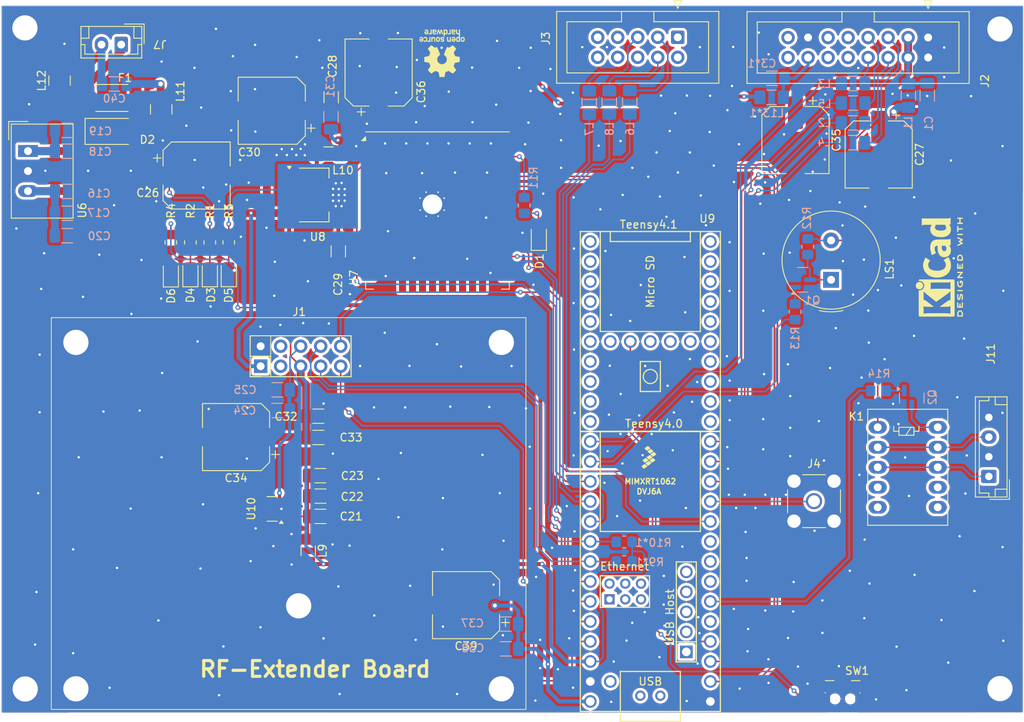
<source format=kicad_pcb>
(kicad_pcb (version 20241229) (generator "pcbnew") (generator_version "9.0")
  (title_block (rev "3.6"))
  (layers (0 "F.Cu" signal) (2 "B.Cu" signal) (13 "F.Paste" user) (15 "B.Paste" user) (5 "F.SilkS" user "F.Silkscreen") (7 "B.SilkS" user "B.Silkscreen") (1 "F.Mask" user) (3 "B.Mask" user) (25 "Edge.Cuts" user))
  (net 0 "")
  (net 1 "CS0")
  (net 2 "+3.3V")
  (net 3 "INP_SEL")
  (net 4 "UI05")
  (net 5 "+5V")
  (net 6 "UI06")
  (net 7 "SWR-Alarm")
  (net 8 "UI03")
  (net 9 "UI04")
  (net 10 "2,6V REF")
  (net 11 "+12V")
  (net 15 "GNDD")
  (net 28 "Net-(U7-VDD)")
  (net 31 "Net-(D1-A)")
  (net 45 "Net-(U10-Vin)")
  (net 48 "Net-(J7-Pin_1)")
  (net 71 "Piezo Alarm")
  (net 78 "SCL0")
  (net 79 "SDA0")
  (net 80 "RA8875-5")
  (net 81 "RA8875-33")
  (net 82 "RA8875-7")
  (net 83 "RA8875-6")
  (net 84 "RA8875-34")
  (net 85 "RA8875-8")
  (net 86 "RA8875-35")
  (net 87 "Net-(J11-Pin_1)")
  (net 89 "Net-(Q2-C)")
  (net 91 "Net-(J11-Pin_3)")
  (net 92 "Net-(Q1-C)")
  (net 93 "Net-(Q1-B)")
  (net 94 "Net-(Q2-B)")
  (net 95 "Net-(U7-IO23)")
  (net 96 "IO0")
  (net 97 "ESP_EN")
  (net 98 "ESP_RXD5")
  (net 99 "ESP_TXD5")
  (net 100 "ESP_TXD1")
  (net 101 "ESP_RXD1")
  (net 102 "INP_SEL2")
  (net 103 "CS1")
  (net 104 "Net-(J2-Pin_3)")
  (net 109 "Net-(J2-Pin_6)")
  (net 110 "Net-(J2-Pin_14)")
  (net 111 "Net-(J2-Pin_5)")
  (net 113 "Net-(J2-Pin_7)")
  (net 114 "Net-(J2-Pin_8)")
  (net 116 "Net-(J3-Pin_5)")
  (net 117 "Net-(J3-Pin_3)")
  (net 118 "Net-(J3-Pin_4)")
  (net 119 "Net-(D2-A)")
  (net 120 "Net-(D3-A)")
  (net 121 "Net-(D4-A)")
  (net 122 "Net-(D5-A)")
  (net 123 "Net-(D6-A)")
  (net 124 "Net-(J7-Pin_2)")
  (net 125 "Net-(C40-Pad2)")
  (net 126 "3.3V_Display_14")
  (net 127 "Net-(U9-PROGRAM)")
  (footprint "Capacitor_SMD:CP_Elec_8x11.9" (layer "F.Cu") (at 130.85 57 90)
    (property "Reference" "C36")
    (property "Value" "100uF")
  )
  (footprint "Diode_SMD:D_SMA" (layer "F.Cu") (at 97.1 64.475)
    (property "Reference" "D2")
    (property "Value" "US2BA")
  )
  (footprint "Capacitor_SMD:CP_Elec_8x11.9" (layer "F.Cu") (at 183.75 65.575 -90)
    (property "Reference" "C35")
    (property "Value" "100uF")
  )
  (footprint "Symbol:KiCad-Logo2_5mm_SilkScreen" (layer "F.Cu") (at 202.01 81.72 90)
    (property "Reference" "REF**" (hide yes))
    (property "Value" "KiCad-Logo2_5mm_SilkScreen" (hide yes))
  )
  (footprint "Connector_Coaxial:SMA_Amphenol_132134-11_Vertical" (layer "F.Cu") (at 186.11 111.44)
    (property "Reference" "J4")
    (property "Value" "Conn_Coaxial")
  )
  (footprint "Resistor_SMD:R_0805_2012Metric_Pad1.20x1.40mm_HandSolder" (layer "F.Cu") (at 104.475 78.575 90)
    (property "Reference" "R4")
    (property "Value" "1k")
  )
  (footprint "Capacitor_SMD:C_1206_3216Metric_Pad1.33x1.80mm_HandSolder" (layer "F.Cu") (at 123.2 100.65 180)
    (property "Reference" "C32")
    (property "Value" "10n")
  )
  (footprint "Inductor_SMD:L_1206_3216Metric_Pad1.42x1.75mm_HandSolder" (layer "F.Cu") (at 124.49 67.36 180)
    (property "Reference" "L10")
    (property "Value" "4u7")
  )
  (footprint "RF_Module:ESP32-WROOM-32" (layer "F.Cu") (at 138.32 74.63)
    (property "Reference" "U7")
    (property "Value" "ESP32-WROOM-32U")
  )
  (footprint "Capacitor_SMD:CP_Elec_8x11.9" (layer "F.Cu") (at 107.75 70.075)
    (property "Reference" "C26")
    (property "Value" "100uF")
  )
  (footprint "Connector_IDC:IDC-Header_2x08_P2.54mm_Vertical" (layer "F.Cu") (at 200.595 52.55 -90)
    (property "Reference" "J2")
    (property "Value" "Conn_02x08_Odd_Even" (hide yes))
  )
  (footprint "Capacitor_SMD:C_1206_3216Metric_Pad1.33x1.80mm_HandSolder" (layer "F.Cu") (at 123.4625 110.8 180)
    (property "Reference" "C22")
    (property "Value" "10n")
  )
  (footprint "Capacitor_SMD:CP_Elec_8x11.9" (layer "F.Cu") (at 112.75 103.3 180)
    (property "Reference" "C34")
    (property "Value" "10uF")
  )
  (footprint "LED_SMD:LED_0805_2012Metric" (layer "F.Cu") (at 109.425 82.525 90)
    (property "Reference" "D3")
    (property "Value" "+12V")
  )
  (footprint "Converter_DCDC:Converter_DCDC_TRACO_TSR-1_THT" (layer "F.Cu") (at 86.34 66.97 -90)
    (property "Reference" "U6")
    (property "Value" "TSR_1-24150")
  )
  (footprint "Connector_JST:JST_EH_B2B-EH-A_1x02_P2.50mm_Vertical" (layer "F.Cu") (at 98.175 53.45 180)
    (property "Reference" "J7")
    (property "Value" "POWER CON")
  )
  (footprint "Capacitor_SMD:C_1206_3216Metric_Pad1.33x1.80mm_HandSolder" (layer "F.Cu") (at 123.45 108.2 180)
    (property "Reference" "C23")
    (property "Value" "1n")
  )
  (footprint "Buzzer_Beeper:Buzzer_TDK_PS1240P02BT_D12.2mm_H6.5mm" (layer "F.Cu") (at 188.28 83.320784 90)
    (property "Reference" "LS1")
    (property "Value" "Speaker_Crystal" (hide yes))
  )
  (footprint "Connector_IDC:IDC-Header_2x05_P2.54mm_Vertical" (layer "F.Cu") (at 168.815 52.525 -90)
    (property "Reference" "J3")
    (property "Value" "Conn_02x05_Odd_Even" (hide yes))
  )
  (footprint "Capacitor_SMD:C_1206_3216Metric_Pad1.33x1.80mm_HandSolder" (layer "F.Cu") (at 123.4625 113.375 180)
    (property "Reference" "C21")
    (property "Value" "10µF")
  )
  (footprint "Capacitor_SMD:C_1206_3216Metric_Pad1.33x1.80mm_HandSolder" (layer "F.Cu") (at 125.73 79.71 90)
    (property "Reference" "C29")
    (property "Value" "1n")
  )
  (footprint "Capacitor_SMD:CP_Elec_8x11.9" (layer "F.Cu") (at 194.32 67.41 -90)
    (property "Reference" "C27")
    (property "Value" "100uF")
  )
  (footprint "Resistor_SMD:R_0805_2012Metric_Pad1.20x1.40mm_HandSolder" (layer "F.Cu") (at 106.958332 78.575 90)
    (property "Reference" "R2")
    (property "Value" "1k")
  )
  (footprint "Symbol:OSHW-Logo_5.7x6mm_SilkScreen" (layer "F.Cu") (at 138.9 54.55 180)
    (property "Reference" "REF**" (hide yes))
    (property "Value" "OSHW-Logo_5.7x6mm_SilkScreen" (hide yes))
  )
  (footprint "LED_SMD:LED_0805_2012Metric" (layer "F.Cu") (at 104.475 82.55 90)
    (property "Reference" "D6")
    (property "Value" "+3V3")
  )
  (footprint "Relay_THT:Relay_DPDT_FRT5" (layer "F.Cu") (at 194.195 102.055)
    (property "Reference" "K1")
    (property "Value" "FRT5")
  )
  (footprint "Capacitor_SMD:CP_Elec_8x11.9" (layer "F.Cu") (at 117.28 61.85 180)
    (property "Reference" "C30")
    (property "Value" "100uF")
  )
  (footprint "LED_SMD:LED_0805_2012Metric" (layer "F.Cu") (at 151.18 77.9 90)
    (property "Reference" "D1")
    (property "Value" "Wifi_EN")
  )
  (footprint "LED_SMD:LED_0805_2012Metric" (layer "F.Cu") (at 111.825 82.5125 90)
    (property "Reference" "D5")
    (property "Value" "3V3_ESP")
  )
  (footprint "Button_Switch_SMD:SW_SPST_CK_KMS2xxGP" (layer "F.Cu") (at 189.75 135.8)
    (property "Reference" "SW1")
    (property "Value" "CK_KMS2xxGP" (hide yes))
  )
  (footprint "Fuse:Fuse_2512_6332Metric_Pad1.52x3.35mm_HandSolder" (layer "F.Cu") (at 97 60.225)
    (property "Reference" "F1")
    (property "Value" "Polyfuse")
  )
  (footprint "Resistor_SMD:R_0805_2012Metric_Pad1.20x1.40mm_HandSolder" (layer "F.Cu") (at 109.425 78.575 90)
    (property "Reference" "R1")
    (property "Value" "2k2")
  )
  (footprint "Inductor_SMD:L_1210_3225Metric_Pad1.42x2.65mm_HandSolder" (layer "F.Cu") (at 90.35 58.025 90)
    (property "Reference" "L12")
    (property "Value" "L_Ferrite")
  )
  (footprint "Connector_JST:JST_EH_B4B-EH-A_1x04_P2.50mm_Vertical" (layer "F.Cu") (at 208.3 108.3 90)
    (property "Reference" "J11")
    (property "Value" "PTT IN/OUT")
  )
  (footprint "Capacitor_SMD:CP_Elec_8x11.9" (layer "F.Cu") (at 141.9425 124.65 180)
    (property "Reference" "C39")
    (property "Value" "100uF")
  )
  (footprint "Capacitor_SMD:C_1206_3216Metric_Pad1.33x1.80mm_HandSolder" (layer "F.Cu") (at 123.2 103.35 180)
    (property "Reference" "C33")
    (property "Value" "1n")
  )
  (footprint "Capacitor_SMD:C_1206_3216Metric_Pad1.33x1.80mm_HandSolder" (layer "F.Cu") (at 124.83 60.13 -90)
    (property "Reference" "C28")
    (property "Value" "10n")
  )
  (footprint "Package_TO_SOT_SMD:SOT-223-3_TabPin2" (layer "F.Cu") (at 122.64 72.55)
    (property "Reference" "U8")
    (property "Value" "AMS1117-3.3")
  )
  (footprint "LED_SMD:LED_0805_2012Metric" (layer "F.Cu") (at 106.958332 82.525 90)
    (property "Reference" "D4")
    (property "Value" "+5V")
  )
  (footprint "Inductor_SMD:L_1210_3225Metric_Pad1.42x2.65mm_HandSolder" (layer "F.Cu") (at 103.25 61.675 90)
    (property "Reference" "L11")
    (property "Value" "L_Ferrite")
  )
  (footprint "Resistor_SMD:R_0805_2012Metric_Pad1.20x1.40mm_HandSolder" (layer "F.Cu") (at 111.825 78.575 90)
    (property "Reference" "R3")
    (property "Value" "1k")
  )
  (footprint "Package_TO_SOT_SMD:SOT-23" (layer "F.Cu") (at 117.3375 112.425 180)
    (property "Reference" "U10")
    (property "Value" "ISL60002DIH326Z")
  )
  (footprint "teensy.pretty-master:Teensy41" (layer "F.Cu") (at 165.335 107.67 90)
    (property "Reference" "U9")
    (property "Value" "Teensy4.1")
  )
  (footprint "Inductor_SMD:L_1206_3216Metric_Pad1.42x1.75mm_HandSolder" (layer "F.Cu") (at 121.9125 117.75 -90)
    (property "Reference" "L9")
    (property "Value" "4u7")
  )
  (footprint "Connector_PinHeader_2.54mm:PinHeader_2x05_P2.54mm_Vertical" (layer "F.Cu") (at 115.875 94.3 90)
    (property "Reference" "J1")
    (property "Value" "Extender Board")
  )
  (footprint "Capacitor_SMD:C_1206_3216Metric_Pad1.33x1.80mm_HandSolder" (layer "B.Cu") (at 147 130.2)
    (property "Reference" "C38")
    (property "Value" "1n")
  )
  (footprint "Inductor_SMD:L_1206_3216Metric_Pad1.42x1.75mm_HandSolder" (layer "B.Cu") (at 160.125 60.8 -90)
    (property "Reference" "L8")
    (property "Value" "220n")
  )
  (footprint "Capacitor_SMD:C_1206_3216Metric_Pad1.33x1.80mm_HandSolder" (layer "B.Cu") (at 180.8 57.725)
    (property "Reference" "C3*1")
    (property "Value" "100n")
  )
  (footprint "Resistor_SMD:R_0805_2012Metric_Pad1.20x1.40mm_HandSolder" (layer "B.Cu") (at 162.02 116.62 180)
    (property "Reference" "R10*1")
    (property "Value" "2k2")
  )
  (footprint "Inductor_SMD:L_1206_3216Metric_Pad1.42x1.75mm_HandSolder" (layer "B.Cu") (at 191.0625 63.4 180)
    (property "Reference" "L2")
    (property "Value" "220n")
  )
  (footprint "Resistor_SMD:R_0805_2012Metric_Pad1.20x1.40mm_HandSolder" (layer "B.Cu") (at 185.31 79.13 90)
    (property "Reference" "R12")
    (property "Value" "1k")
  )
  (footprint "Inductor_SMD:L_1206_3216Metric_Pad1.42x1.75mm_HandSolder" (layer "B.Cu") (at 162.725 60.775 -90)
    (property "Reference" "L6")
    (property "Value" "220n")
  )
  (footprint "Package_TO_SOT_SMD:SOT-23" (layer "B.Cu") (at 184.6475 83.32)
    (property "Reference" "Q1")
    (property "Value" "MMBT3904")
  )
  (footprint "Capacitor_SMD:C_1206_3216Metric_Pad1.33x1.80mm_HandSolder" (layer "B.Cu") (at 91.34 64.345 180)
    (property "Reference" "C19")
    (property "Value" "1n")
  )
  (footprint "Capacitor_SMD:C_1206_3216Metric_Pad1.33x1.80mm_HandSolder" (layer "B.Cu") (at 124.8 62.65 -90)
    (property "Reference" "C31")
    (property "Value" "10n")
  )
  (footprint "Capacitor_SMD:C_1206_3216Metric_Pad1.33x1.80mm_HandSolder" (layer "B.Cu") (at 118 97.3)
    (property "Reference" "C25")
    (property "Value" "1n")
  )
  (footprint "Resistor_SMD:R_0805_2012Metric_Pad1.20x1.40mm_HandSolder" (layer "B.Cu") (at 149.32 73.87 90)
    (property "Reference" "R11")
    (property "Value" "1k")
  )
  (footprint "Capacitor_SMD:C_1206_3216Metric_Pad1.33x1.80mm_HandSolder" (layer "B.Cu") (at 118 99.925)
    (property "Reference" "C24")
    (property "Value" "10n")
  )
  (footprint "Inductor_SMD:L_1206_3216Metric_Pad1.42x1.75mm_HandSolder" (layer "B.Cu") (at 198.085 59.925 -90)
    (property "Reference" "L1")
    (property "Value" "4u7")
  )
  (footprint "Inductor_SMD:L_1206_3216Metric_Pad1.42x1.75mm_HandSolder" (layer "B.Cu") (at 180.725 60.15 180)
    (property "Reference" "L13*1")
    (property "Value" "220n")
  )
  (footprint "Capacitor_SMD:C_1206_3216Metric_Pad1.33x1.80mm_HandSolder" (layer "B.Cu") (at 91.315 77.72 180)
    (property "Reference" "C20")
    (property "Value" "10µF")
  )
  (footprint "Capacitor_SMD:C_1206_3216Metric_Pad1.33x1.80mm_HandSolder" (layer "B.Cu") (at 97.3 58.45)
    (property "Reference" "C40")
    (property "Value" "10n")
  )
  (footprint "Inductor_SMD:L_1206_3216Metric_Pad1.42x1.75mm_HandSolder" (layer "B.Cu") (at 191.075 60.875 180)
    (property "Reference" "L5")
    (property "Value" "220n")
  )
  (footprint "Inductor_SMD:L_1206_3216Metric_Pad1.42x1.75mm_HandSolder" (layer "B.Cu") (at 157.575 60.825 -90)
    (property "Reference" "L7")
    (property "Value" "220n")
  )
  (footprint "Inductor_SMD:L_1206_3216Metric_Pad1.42x1.75mm_HandSolder" (layer "B.Cu") (at 191.0625 65.9 180)
    (property "Reference" "L4")
    (property "Value" "220n")
  )
  (footprint "Capacitor_SMD:C_1206_3216Metric_Pad1.33x1.80mm_HandSolder" (layer "B.Cu") (at 91.3275 72.095 180)
    (property "Reference" "C16")
    (property "Value" "1n")
  )
  (footprint "Package_TO_SOT_SMD:SOT-23" (layer "B.Cu") (at 198.52 98.3375 -90)
    (property "Reference" "Q2")
    (property "Value" "MMBT3904")
  )
  (footprint "Resistor_SMD:R_0805_2012Metric_Pad1.20x1.40mm_HandSolder" (layer "B.Cu") (at 194.3 97.41)
    (property "Reference" "R14")
    (property "Value" "4k7")
  )
  (footprint "Resistor_SMD:R_0805_2012Metric_Pad1.20x1.40mm_HandSolder" (layer "B.Cu") (at 183.71 87.38 90)
    (property "Reference" "R13")
    (property "Value" "10k")
  )
  (footprint "Capacitor_SMD:C_1206_3216Metric_Pad1.33x1.80mm_HandSolder" (layer "B.Cu") (at 200.485 59.925 90)
    (property "Reference" "C1")
    (property "Value" "100n")
  )
  (footprint "Capacitor_SMD:C_1206_3216Metric_Pad1.33x1.80mm_HandSolder" (layer "B.Cu") (at 91.315 74.87 180)
    (property "Reference" "C17")
    (property "Value" "10n")
  )
  (footprint "Inductor_SMD:L_1206_3216Metric_Pad1.42x1.75mm_HandSolder" (layer "B.Cu") (at 191.075 58.4 180)
    (property "Reference" "L3")
    (property "Value" "220n")
  )
  (footprint "Resistor_SMD:R_0805_2012Metric_Pad1.20x1.40mm_HandSolder" (layer "B.Cu") (at 162.02 119.12 180)
    (property "Reference" "R9*1")
    (property "Value" "2k2")
  )
  (footprint "Capacitor_SMD:C_1206_3216Metric_Pad1.33x1.80mm_HandSolder" (layer "B.Cu") (at 91.315 66.995 180)
    (property "Reference" "C18")
    (property "Value" "10n")
  )
  (footprint "Capacitor_SMD:C_1206_3216Metric_Pad1.33x1.80mm_HandSolder" (layer "B.Cu") (at 147 127.05)
    (property "Reference" "C37")
    (property "Value" "10n")
  )
  (gr_rect (start 118.12 68.7) (end 128.12 76.72) (stroke (width 0.2)) (fill yes) (layer "B.Cu") (net 126))
  (gr_rect (start 89.3 88.13) (end 149.54 137.89) (stroke (width 0.1)) (fill no) (layer "F.SilkS"))
  (gr_line (start 174.19 102.58) (end 156.5 102.59) (stroke (width 0.2)) (layer "F.SilkS"))
  (gr_line (start 117.15 90.45) (end 117.175 90.45) (stroke (width 0.1)) (layer "F.SilkS"))
  (gr_line (start 114.55 93.05) (end 117.15 93.05) (stroke (width 0.1)) (layer "F.SilkS"))
  (gr_line (start 114.55 90.45) (end 115.875 90.45) (stroke (width 0.1)) (layer "F.SilkS"))
  (gr_line (start 114.55 95.65) (end 114.55 93.05) (stroke (width 0.1)) (layer "F.SilkS"))
  (gr_line (start 117.15 93.05) (end 117.15 90.45) (stroke (width 0.1)) (layer "F.SilkS"))
  (gr_line (start 127.35 90.45) (end 127.35 95.65) (stroke (width 0.1)) (layer "F.SilkS"))
  (gr_line (start 127.35 95.65) (end 114.55 95.65) (stroke (width 0.1)) (layer "F.SilkS"))
  (gr_line (start 114.55 91.775) (end 114.55 90.45) (stroke (width 0.1)) (layer "F.SilkS"))
  (gr_line (start 117.175 90.45) (end 127.35 90.45) (stroke (width 0.1)) (layer "F.SilkS"))
  (gr_rect (start 82.99 48.52) (end 212.64 138.295) (stroke (width 0.05)) (fill no) (layer "Edge.Cuts"))
  (gr_text "DJ1YR" (at 212.365 79.445 90) (layer "F.Cu") (effects (font (size 1.5 1.5) (thickness 0.3) (bold yes)) (justify left bottom)))
  (gr_text "REV 3.6" (at 83.165 88.645 270) (layer "F.Cu") (effects (font (size 1.3 1.3) (thickness 0.3) (bold yes)) (justify left bottom)))
  (gr_text "Teensy4.0" (at 165.8 101.6 0) (layer "F.SilkS") (effects (font (size 1 1))))
  (gr_text "RF-Extender Board" (at 107.91 133.95 0) (layer "F.SilkS") (effects (font (size 2 2) (thickness 0.4) (bold yes)) (justify left bottom)))
  (segment (start 121.6375 96.6875) (end 120.955 96.005) (width 1) (layer "F.Cu") (net 2))
  (segment (start 104.475 77.575) (end 104.475 76.2) (width 0.2) (layer "F.Cu") (net 2))
  (segment (start 121.6375 103.35) (end 121.6375 100.65) (width 1) (layer "F.Cu") (net 2))
  (segment (start 116.225 103.3) (end 121.5875 103.3) (width 1) (layer "F.Cu") (net 2))
  (segment (start 120.955 94.3) (end 119.675 93.02) (width 0.2) (layer "F.Cu") (net 2))
  (segment (start 151.5975 119.4325) (end 123.85 119.4325) (width 0.5) (layer "F.Cu") (net 2))
  (segment (start 121.6375 100.65) (end 121.6375 96.6875) (width 1) (layer "F.Cu") (net 2))
  (segment (start 118.475 86.85) (end 112.975 86.85) (width 0.2) (layer "F.Cu") (net 2))
  (segment (start 123.85 119.4325) (end 122.1075 119.4325) (width 0.5) (layer "F.Cu") (net 2))
  (segment (start 119.675 88.05) (end 118.475 86.85) (width 0.2) (layer "F.Cu") (net 2))
  (segment (start 122.1075 119.4325) (end 121.9125 119.2375) (width 0.5) (layer "F.Cu") (net 2))
  (segment (start 120.955 96.005) (end 120.955 94.3) (width 1) (layer "F.Cu") (net 2))
  (segment (start 121.5875 103.3) (end 121.6375 103.35) (width 1) (layer "F.Cu") (net 2))
  (segment (start 119.675 93.02) (end 119.675 88.05) (width 0.2) (layer "F.Cu") (net 2))
  (via (at 151.5975 119.4325) (size 0.6) (drill 0.3) (layers "F.Cu" "B.Cu") (net 2))
  (via (at 104.475 76.2) (size 0.6) (drill 0.3) (layers "F.Cu" "B.Cu") (net 2))
  (via (at 112.975 86.85) (size 0.6) (drill 0.3) (layers "F.Cu" "B.Cu") (net 2))
  (via (at 123.85 119.4325) (size 0.6) (drill 0.3) (layers "F.Cu" "B.Cu") (net 2))
  (segment (start 152.695 120.53) (end 152.695 127.675) (width 0.5) (layer "B.Cu") (net 2))
  (segment (start 159.315 125.42) (end 158.99 125.095) (width 0.2) (layer "B.Cu") (net 2))
  (segment (start 112.975 82.15) (end 111.55 80.725) (width 0.2) (layer "B.Cu") (net 2))
  (segment (start 120.955 94.3) (end 120.955 95.63) (width 0.4) (layer "B.Cu") (net 2))
  (segment (start 159.465 120.495) (end 164.19 120.495) (width 0.2) (layer "B.Cu") (net 2))
  (segment (start 152.695 129.775) (end 152.695 127.675) (width 0.5) (layer "B.Cu") (net 2))
  (segment (start 105.475 80.725) (end 104.475 79.725) (width 0.2) (layer "B.Cu") (net 2))
  (segment (start 154.72 131.8) (end 152.695 129.775) (width 0.5) (layer "B.Cu") (net 2))
  (segment (start 164.24 117.82) (end 163.065 117.82) (width 0.2) (layer "B.Cu") (net 2))
  (segment (start 120.955 95.63) (end 121.625 96.3) (width 0.4) (layer "B.Cu") (net 2))
  (segment (start 158.81 131.8) (end 159.315 131.295) (width 0.2) (layer "B.Cu") (net 2))
  (segment (start 157.715 131.8) (end 158.81 131.8) (width 0.2) (layer "B.Cu") (net 2))
  (segment (start 158.99 125.095) (end 158.99 120.97) (width 0.2) (layer "B.Cu") (net 2))
  (segment (start 163.04 119.07) (end 163.015 119.095) (width 0.2) (layer "B.Cu") (net 2))
  (segment (start 164.565 120.12) (end 164.565 118.145) (width 0.2) (layer "B.Cu") (net 2))
  (segment (start 121.625 117.175) (end 123.9 119.45) (width 0.4) (layer "B.Cu") (net 2))
  (segment (start 164.19 120.495) (end 164.565 120.12) (width 0.2) (layer "B.Cu") (net 2))
  (segment (start 104.475 79.725) (end 104.475 76.2) (width 0.2) (layer "B.Cu") (net 2))
  (segment (start 159.315 131.295) (end 159.315 125.42) (width 0.2) (layer "B.Cu") (net 2))
  (segment (start 121.625 96.3) (end 121.625 117.175) (width 0.4) (layer "B.Cu") (net 2))
  (segment (start 158.99 120.97) (end 159.465 120.495) (width 0.2) (layer "B.Cu") (net 2))
  (segment (start 163.04 116.57) (end 163.04 117.77) (width 0.2) (layer "B.Cu") (net 2))
  (segment (start 164.565 118.145) (end 164.24 117.82) (width 0.2) (layer "B.Cu") (net 2))
  (segment (start 151.5975 119.4325) (end 152.695 120.53) (width 0.5) (layer "B.Cu") (net 2))
  (segment (start 157.715 131.8) (end 154.72 131.8) (width 0.5) (layer "B.Cu") (net 2))
  (segment (start 163.04 117.77) (end 163.04 119.07) (width 0.2) (layer "B.Cu") (net 2))
  (segment (start 112.975 86.85) (end 112.975 82.15) (width 0.2) (layer "B.Cu") (net 2))
  (segment (start 111.55 80.725) (end 105.475 80.725) (width 0.2) (layer "B.Cu") (net 2))
  (segment (start 154.605 108.93) (end 153.35 107.675) (width 0.2) (layer "F.Cu") (net 3))
  (segment (start 151.5 84.9) (end 148.85 84.9) (width 0.2) (layer "F.Cu") (net 3))
  (segment (start 153.35 107.675) (end 153.35 86.75) (width 0.2) (layer "F.Cu") (net 3))
  (segment (start 157.695 108.93) (end 154.605 108.93) (width 0.2) (layer "F.Cu") (net 3))
  (segment (start 153.35 86.75) (end 151.5 84.9) (width 0.2) (layer "F.Cu") (net 3))
  (via (at 148.85 84.9) (size 0.6) (drill 0.3) (layers "F.Cu" "B.Cu") (net 3))
  (segment (start 126.025 91.75) (end 126.035 91.76) (width 0.2) (layer "B.Cu") (net 3))
  (segment (start 148.85 84.9) (end 129.3 84.9) (width 0.2) (layer "B.Cu") (net 3))
  (segment (start 129.3 84.9) (end 126.025 88.175) (width 0.2) (layer "B.Cu") (net 3))
  (segment (start 126.025 88.175) (end 126.025 91.75) (width 0.2) (layer "B.Cu") (net 3))
  (segment (start 196.225 61.975) (end 196.225 63.175) (width 1) (layer "F.Cu") (net 5))
  (segment (start 151.38 118.154339) (end 151.38 87.71) (width 0.5) (layer "F.Cu") (net 5))
  (segment (start 196.225 61.975) (end 196.24 61.99) (width 1) (layer "F.Cu") (net 5))
  (segment (start 116.66 74.85) (end 106.975 74.85) (width 1) (layer "F.Cu") (net 5))
  (segment (start 150.22 86.55) (end 122.379339 86.55) (width 0.5) (layer "F.Cu") (net 5))
  (segment (start 152.35 125.33) (end 152.3475 125.3275) (width 0.5) (layer "F.Cu") (net 5))
  (segment (start 188.28 78.320784) (end 191.270784 78.320784) (width 0.2) (layer "F.Cu") (net 5))
  (segment (start 205.03 58.41) (end 205.03 52.13) (width 1) (layer "F.Cu") (net 5))
  (segment (start 191.28 78.33) (end 191.28 65.55) (width 0.2) (layer "F.Cu") (net 5))
  (segment (start 119.49 74.85) (end 116.66 74.85) (width 1) (layer "F.Cu") (net 5))
  (segment (start 152.3475 119.121839) (end 151.38 118.154339) (width 0.5) (layer "F.Cu") (net 5))
  (segment (start 194.195 93.39) (end 194.195 86.715) (width 0.2) (layer "F.Cu") (net 5))
  (segment (start 118.94 50.2) (end 117.25 51.89) (width 1) (layer "F.Cu") (net 5))
  (segment (start 191.28 83.8) (end 191.28 78.33) (width 0.2) (layer "F.Cu") (net 5))
  (segment (start 101.585 74.85) (end 98.785 72.05) (width 1) (layer "F.Cu") (net 5))
  (segment (start 192.895 63.935) (end 194.32 63.935) (width 0.2) (layer "F.Cu") (net 5))
  (segment (start 122.379339 86.55) (end 119.49 83.660661) (width 0.5) (layer "F.Cu") (net 5))
  (segment (start 151.38 87.71) (end 150.22 86.55) (width 0.5) (layer "F.Cu") (net 5))
  (segment (start 203.1 50.2) (end 118.94 50.2) (width 1) (layer "F.Cu") (net 5))
  (segment (start 194.195 86.715) (end 191.28 83.8) (width 0.2) (layer "F.Cu") (net 5))
  (segment (start 201.45 61.99) (end 205.03 58.41) (width 1) (layer "F.Cu") (net 5))
  (segment (start 196.24 61.99) (end 201.45 61.99) (width 1) (layer "F.Cu") (net 5))
  (segment (start 195.465 63.935) (end 194.32 63.935) (width 1) (layer "F.Cu") (net 5))
  (segment (start 196.225 63.175) (end 195.465 63.935) (width 1) (layer "F.Cu") (net 5))
  (segment (start 117.25 64.53) (end 116.66 65.12) (width 1) (layer "F.Cu") (net 5))
  (segment (start 191.270784 78.320784) (end 191.28 78.33) (width 0.2) (layer "F.Cu") (net 5))
  (segment (start 194.195 102.055) (end 194.195 93.39) (width 0.2) (layer "F.Cu") (net 5))
  (segment (start 152.3475 125.3275) (end 152.3475 119.121839) (width 0.5) (layer "F.Cu") (net 5))
  (segment (start 119.49 83.660661) (end 119.49 74.85) (width 0.5) (layer "F.Cu") (net 5))
  (segment (start 106.958332 77.575) (end 106.958332 74.866668) (width 0.2) (layer "F.Cu") (net 5))
  (segment (start 205.03 52.13) (end 203.1 50.2) (width 1) (layer "F.Cu") (net 5))
  (segment (start 86.34 72.05) (end 98.785 72.05) (width 1) (layer "F.Cu") (net 5))
  (segment (start 106.958332 74.866668) (end 106.975 74.85) (width 0.2) (layer "F.Cu") (net 5))
  (segment (start 106.975 74.85) (end 101.585 74.85) (width 1) (layer "F.Cu") (net 5))
  (segment (start 191.28 65.55) (end 192.895 63.935) (width 0.2) (layer "F.Cu") (net 5))
  (segment (start 117.25 51.89) (end 117.25 64.53) (width 1) (layer "F.Cu") (net 5))
  (segment (start 116.66 65.12) (end 116.66 74.85) (width 1) (layer "F.Cu") (net 5))
  (segment (start 152.35 132.15) (end 152.35 125.33) (width 0.5) (layer "F.Cu") (net 5))
  (via (at 152.35 132.15) (size 0.6) (drill 0.3) (layers "F.Cu" "B.Cu") (net 5))
  (via (at 145.6 124.7) (size 1) (drill 0.5) (layers "F.Cu" "B.Cu") (net 5))
  (via (at 196.225 61.975) (size 1) (drill 0.6) (layers "F.Cu" "B.Cu") (net 5))
  (via (at 114.66 74.85) (size 0.6) (drill 0.3) (layers "F.Cu" "B.Cu") (net 5))
  (segment (start 196.7875 61.4125) (end 198.085 61.4125) (width 1) (layer "B.Cu") (net 5))
  (segment (start 152.35 132.15) (end 152.35 135.455) (width 0.5) (layer "B.Cu") (net 5))
  (segment (start 186.49 78.13) (end 185.31 78.13) (width 0.2) (layer "B.Cu") (net 5))
  (segment (start 186.680784 78.320784) (end 186.49 78.13) (width 0.2) (layer "B.Cu") (net 5))
  (segment (start 147.9 124.7) (end 145.6 124.7) (width 0.5) (layer "B.Cu") (net 5))
  (segment (start 152.35 132.15) (end 152.35 131.7) (width 0.5) (layer "B.Cu") (net 5))
  (segment (start 152.35 131.7) (end 150.85 130.2) (width 0.5) (layer "B.Cu") (net 5))
  (segment (start 114.18 94.3) (end 115.875 94.3) (width 0.5) (layer "B.Cu") (net 5))
  (segment (start 188.28 78.320784) (end 186.680784 78.320784) (width 0.2) (layer "B.Cu") (net 5))
  (segment (start 148.5625 130.2) (end 148.5625 127.05) (width 0.5) (layer "B.Cu") (net 5))
  (segment (start 89.765 72.095) (end 86.385 72.095) (width 1) (layer "B.Cu") (net 5))
  (segment (start 148.5625 125.3625) (end 148 124.8) (width 0.5) (layer "B.Cu") (net 5))
  (segment (start 150.85 130.2) (end 148.5625 130.2) (width 0.5) (layer "B.Cu") (net 5))
  (segment (start 152.35 135.455) (end 153.775 136.88) (width 0.5) (layer "B.Cu") (net 5))
  (segment (start 148.5625 127.05) (end 148.5625 125.3625) (width 0.5) (layer "B.Cu") (net 5))
  (segment (start 113.08 93.2) (end 114.18 94.3) (width 0.5) (layer "B.Cu") (net 5))
  (segment (start 89.7525 72.1075) (end 89.765 72.095) (width 1) (layer "B.Cu") (net 5))
  (segment (start 113.08 89.68) (end 113.08 93.2) (width 0.5) (layer "B.Cu") (net 5))
  (segment (start 86.385 72.095) (end 86.34 72.05) (width 1) (layer "B.Cu") (net 5))
  (segment (start 114.66 88.1) (end 113.08 89.68) (width 0.5) (layer "B.Cu") (net 5))
  (segment (start 114.66 74.85) (end 114.66 88.1) (width 0.5) (layer "B.Cu") (net 5))
  (segment (start 196.225 61.975) (end 196.7875 61.4125) (width 1) (layer "B.Cu") (net 5))
  (segment (start 153.775 136.88) (end 157.715 136.88) (width 0.5) (layer "B.Cu") (net 5))
  (segment (start 148 124.8) (end 147.9 124.7) (width 0.5) (layer "B.Cu") (net 5))
  (segment (start 89.7525 74.87) (end 89.7525 77.72) (width 1) (layer "B.Cu") (net 5))
  (segment (start 89.7525 74.87) (end 89.7525 72.1075) (width 1) (layer "B.Cu") (net 5))
  (segment (start 172.955 111.48) (end 186.07 111.48) (width 0.2) (layer "B.Cu") (net 6))
  (segment (start 186.07 111.48) (end 186.11 111.44) (width 0.2) (layer "B.Cu") (net 6))
  (segment (start 186.11 111.44) (end 186.11 111.445) (width 0.2) (layer "B.Cu") (net 6))
  (segment (start 186.11 111.445) (end 186.015 111.54) (width 0.2) (layer "B.Cu") (net 6))
  (segment (start 190.575 118.625) (end 185.02 124.18) (width 0.2) (layer "B.Cu") (net 7))
  (segment (start 190.575 98.7) (end 190.575 118.625) (width 0.2) (layer "B.Cu") (net 7))
  (segment (start 191.865 97.41) (end 190.575 98.7) (width 0.2) (layer "B.Cu") (net 7))
  (segment (start 185.02 124.18) (end 172.955 124.18) (width 0.2) (layer "B.Cu") (net 7))
  (segment (start 193.3 97.41) (end 191.865 97.41) (width 0.2) (layer "B.Cu") (net 7))
  (segment (start 118.2625 110.4) (end 118.275 110.4125) (width 0.2) (layer "F.Cu") (net 10))
  (segment (start 118.275 111.475) (end 118.275 110.4125) (width 0.4) (layer "F.Cu") (net 10))
  (via (at 118.2625 110.4) (size 0.6) (drill 0.3) (layers "F.Cu" "B.Cu") (net 10))
  (segment (start 119.6 93.115) (end 120.955 91.76) (width 0.2) (layer "B.Cu") (net 10))
  (segment (start 119.6 97.2125) (end 119.6 93.115) (width 0.2) (layer "B.Cu") (net 10))
  (segment (start 118.2625 104.2625) (end 119.55 102.975) (width 0.4) (layer "B.Cu") (net 10))
  (segment (start 119.5125 97.3) (end 119.6 97.2125) (width 0.2) (layer "B.Cu") (net 10))
  (segment (start 118.2625 110.4) (end 118.2625 104.2625) (width 0.4) (layer "B.Cu") (net 10))
  (segment (start 119.55 102.975) (end 119.55 99.9375) (width 0.4) (layer "B.Cu") (net 10))
  (segment (start 119.55 99.9375) (end 119.5625 99.925) (width 0.2) (layer "B.Cu") (net 10))
  (segment (start 119.5125 99.925) (end 119.5125 97.3) (width 0.5) (layer "B.Cu") (net 10))
  (segment (start 109.425 77.575) (end 109.425 76.2) (width 0.2) (layer "F.Cu") (net 11))
  (segment (start 104.275 72.225) (end 104.275 70.075) (width 0.2) (layer "F.Cu") (net 11))
  (segment (start 95.05 66.97) (end 95.05 66.45) (width 1) (layer "F.Cu") (net 11))
  (segment (start 95.1 66.4) (end 95.1 64.475) (width 1) (layer "F.Cu") (net 11))
  (segment (start 104.275 70.075) (end 104.275 68.775) (width 1) (layer "F.Cu") (net 11))
  (segment (start 96.365 66.9575) (end 97.925 66.9575) (width 1) (layer "F.Cu") (net 11))
  (segment (start 95.05 66.45) (end 95.1 66.4) (width 1) (layer "F.Cu") (net 11))
  (segment (start 102.4575 66.9575) (end 97.925 66.9575) (width 1) (layer "F.Cu") (net 11))
  (segment (start 104.3 72.25) (end 104.275 72.225) (width 0.2) (layer "F.Cu") (net 11))
  (segment (start 86.34 66.97) (end 95.05 66.97) (width 1) (layer "F.Cu") (net 11))
  (segment (start 95.05 66.97) (end 96.3525 66.97) (width 1) (layer "F.Cu") (net 11))
  (segment (start 96.3525 66.97) (end 96.365 66.9575) (width 1) (layer "F.Cu") (net 11))
  (segment (start 104.275 68.775) (end 102.4575 66.9575) (width 1) (layer "F.Cu") (net 11))
  (via (at 104.3 72.25) (size 0.6) (drill 0.3) (layers "F.Cu" "B.Cu") (net 11))
  (via (at 109.425 76.2) (size 0.6) (drill 0.3) (layers "F.Cu" "B.Cu") (net 11))
  (segment (start 89.7775 64.345) (end 89.7775 66.97) (width 1) (layer "B.Cu") (net 11))
  (segment (start 108.5 72.9) (end 109.425 73.825) (width 0.2) (layer "B.Cu") (net 11))
  (segment (start 109.425 73.825) (end 109.425 76.2) (width 0.2) (layer "B.Cu") (net 11))
  (segment (start 86.365 66.995) (end 86.34 66.97) (width 1) (layer "B.Cu") (net 11))
  (segment (start 89.7525 66.995) (end 86.365 66.995) (width 1) (layer "B.Cu") (net 11))
  (segment (start 104.95 72.9) (end 108.5 72.9) (width 0.2) (layer "B.Cu") (net 11))
  (segment (start 104.3 72.25) (end 104.95 72.9) (width 0.2) (layer "B.Cu") (net 11))
  (segment (start 89.7775 66.97) (end 89.7525 66.995) (width 1) (layer "B.Cu") (net 11))
  (via (at 202.29 126.545) (size 0.6) (drill 0.3) (layers "F.Cu" "B.Cu") (net 15))
  (via (at 151.35 132.65) (size 0.6) (drill 0.3) (layers "F.Cu" "B.Cu") (net 15))
  (via (at 160.37 136.93) (size 0.6) (drill 0.3) (layers "F.Cu" "B.Cu") (net 15))
  (via (at 134.355 66.005) (size 0.6) (drill 0.3) (layers "F.Cu" "B.Cu") (net 15))
  (via (at 171.34 132.07) (size 0.6) (drill 0.3) (layers "F.Cu" "B.Cu") (net 15))
  (via (at 175.1 104.575) (size 0.6) (drill 0.3) (layers "F.Cu" "B.Cu") (net 15))
  (via (at 182.795 94.055) (size 0.6) (drill 0.3) (layers "F.Cu" "B.Cu") (net 15))
  (via (at 87.82 100.155) (size 0.6) (drill 0.3) (layers "F.Cu" "B.Cu") (net 15))
  (via (at 161.575 97.825) (size 0.6) (drill 0.3) (layers "F.Cu" "B.Cu") (net 15))
  (via (at 175.125 61.775) (size 0.6) (drill 0.3) (layers "F.Cu" "B.Cu") (net 15))
  (via (at 196.075 59.7) (size 0.6) (drill 0.3) (layers "F.Cu" "B.Cu") (net 15))
  (via (at 146.425 91.275) (size 5) (drill 3.2) (layers "F.Cu" "B.Cu") (net 15))
  (via (at 139.945 99.43) (size 0.6) (drill 0.3) (layers "F.Cu" "B.Cu") (net 15))
  (via (at 135.7 55.4) (size 0.6) (drill 0.3) (layers "F.Cu" "B.Cu") (net 15))
  (via (at 184.075 132.45) (size 0.6) (drill 0.3) (layers "F.Cu" "B.Cu") (net 15))
  (via (at 192.44 80.76) (size 0.6) (drill 0.3) (layers "F.Cu" "B.Cu") (net 15))
  (via (at 97.65 119.92) (size 0.6) (drill 0.3) (layers "F.Cu" "B.Cu") (net 15))
  (via (at 192.15 95.75) (size 0.6) (drill 0.3) (layers "F.Cu" "B.Cu") (net 15))
  (via (at 170.64 98.82) (size 0.6) (drill 0.3) (layers "F.Cu" "B.Cu") (net 15))
  (via (at 166.125 67.15) (size 0.6) (drill 0.3) (layers "F.Cu" "B.Cu") (net 15))
  (via (at 149.545 99.655) (size 0.6) (drill 0.3) (layers "F.Cu" "B.Cu") (net 15))
  (via (at 168.84 69.69) (size 0.6) (drill 0.3) (layers "F.Cu" "B.Cu") (net 15))
  (via (at 139.01 111.05) (size 0.6) (drill 0.3) (layers "F.Cu" "B.Cu") (net 15))
  (via (at 149.865 63.355) (size 0.6) (drill 0.3) (layers "F.Cu" "B.Cu") (net 15))
  (via (at 120.95 66.7) (size 0.6) (drill 0.3) (layers "F.Cu" "B.Cu") (net 15))
  (via (at 176.225 112.3) (size 0.6) (drill 0.3) (layers "F.Cu" "B.Cu") (net 15))
  (via (at 161.82 72.54) (size 0.6) (drill 0.3) (layers "F.Cu" "B.Cu") (net 15))
  (via (at 168.22 128.41) (size 0.6) (drill 0.3) (layers "F.Cu" "B.Cu") (net 15))
  (via (at 110.6 136.09) (size 0.6) (drill 0.3) (layers "F.Cu" "B.Cu") (net 15))
  (via (at 210.04 66.345) (size 0.6) (drill 0.3) (layers "F.Cu" "B.Cu") (net 15))
  (via (at 153.9 62.25) (size 0.6) (drill 0.3) (layers "F.Cu" "B.Cu") (net 15))
  (via (at 172.395 76.405) (size 0.6) (drill 0.3) (layers "F.Cu" "B.Cu") (net 15))
  (via (at 164.35 105.6) (size 0.6) (drill 0.3) (layers "F.Cu" "B.Cu") (net 15))
  (via (at 100.75 80.8) (size 0.6) (drill 0.3) (layers "F.Cu" "B.Cu") (net 15))
  (via (at 127.2 85.14) (size 0.6) (drill 0.3) (layers "F.Cu" "B.Cu") (net 15))
  (via (at 200.475 59.975) (size 0.6) (drill 0.3) (layers "F.Cu" "B.Cu") (net 15))
  (via (at 96.7 135.14) (size 0.6) (drill 0.3) (layers "F.Cu" "B.Cu") (net 15))
  (via (at 148.69 56.395) (size 0.6) (drill 0.3) (layers "F.Cu" "B.Cu") (net 15))
  (via (at 176.675 135.25) (size 0.6) (drill 0.3) (layers "F.Cu" "B.Cu") (net 15))
  (via (at 186.725 101.275) (size 0.6) (drill 0.3) (layers "F.Cu" "B.Cu") (net 15))
  (via (at 166.49 131.245) (size 0.6) (drill 0.3) (layers "F.Cu" "B.Cu") (net 15))
  (via (at 161.12 113.34) (size 0.6) (drill 0.3) (layers "F.Cu" "B.Cu") (net 15))
  (via (at 183.525 121.7) (size 0.6) (drill 0.3) (layers "F.Cu" "B.Cu") (net 15))
  (via (at 177.675 130.5) (size 0.6) (drill 0.3) (layers "F.Cu" "B.Cu") (net 15))
  (via (at 171.74 72.62) (size 0.6) (drill 0.3) (layers "F.Cu" "B.Cu") (net 15))
  (via (at 92.78 105.87) (size 0.6) (drill 0.3) (layers "F.Cu" "B.Cu") (net 15))
  (via (at 155.72 100.23) (size 0.6) (drill 0.3) (layers "F.Cu" "B.Cu") (net 15))
  (via (at 85.955 51.325) (size 5) (drill 3.2) (layers "F.Cu" "B.Cu") (net 15))
  (via (at 169.85 112.31) (size 0.6) (drill 0.3) (layers "F.Cu" "B.Cu") (net 15))
  (via (at 164.62 125.53) (size 0.6) (drill 0.3) (layers "F.Cu" "B.Cu") (net 15))
  (via (at 129.35 63.5) (size 0.6) (drill 0.3) (layers "F.Cu" "B.Cu") (net 15))
  (via (at 135.37 80.555) (size 0.6) (drill 0.3) (layers "F.Cu" "B.Cu") (net 15))
  (via (at 130.3 125.96) (size 0.6) (drill 0.3) (layers "F.Cu" "B.Cu") (net 15))
  (via (at 160.19 94.24) (size 0.6) (drill 0.3) (layers "F.Cu" "B.Cu") (net 15))
  (via (at 179.925 125.325) (size 0.6) (drill 0.3) (layers "F.Cu" "B.Cu") (net 15))
  (via (at 196.5 77.975) (size 0.6) (drill 0.3) (layers "F.Cu" "B.Cu") (net 15))
  (via (at 146.7 116.47) (size 0.6) (drill 0.3) (layers "F.Cu" "B.Cu") (net 15))
  (via (at 118.375 89.05) (size 0.6) (drill 0.3) (layers "F.Cu" "B.Cu") (net 15))
  (via (at 134.77 94.255) (size 0.6) (drill 0.3) (layers "F.Cu" "B.Cu") (net 15))
  (via (at 137.04 66.005) (size 0.6) (drill 0.3) (layers "F.Cu" "B.Cu") (net 15))
  (via (at 196.15 99.075) (size 0.6) (drill 0.3) (layers "F.Cu" "B.Cu") (net 15))
  (via (at 99.37 112.38) (size 0.6) (drill 0.3) (layers "F.Cu" "B.Cu") (net 15))
  (via (at 191.725 56.425) (size 0.6) (drill 0.3) (layers "F.Cu" "B.Cu") (net 15))
  (via (at 155.595 86.28) (size 0.6) (drill 0.3) (layers "F.Cu" "B.Cu") (net 15))
  (via (at 209.715 135.245) (size 5) (drill 3.2) (layers "F.Cu" "B.Cu") (net 15))
  (via (at 133.15 56.3) (size 0.6) (drill 0.3) (layers "F.Cu" "B.Cu") (net 15))
  (via (at 193.99 136.62) (size 0.6) (drill 0.3) (layers "F.Cu" "B.Cu") (net 15))
  (via (at 203.49 68.17) (size 0.6) (drill 0.3) (layers "F.Cu" "B.Cu") (net 15))
  (via (at 139.75 59.425) (size 0.6) (drill 0.3) (layers "F.Cu" "B.Cu") (net 15))
  (via (at 191.75 99) (size 0.6) (drill 0.3) (layers "F.Cu" "B.Cu") (net 15))
  (via (at 102.625 73.35) (size 0.6) (drill 0.3) (layers "F.Cu" "B.Cu") (net 15))
  (via (at 112.35 54.925) (size 0.6) (drill 0.3) (layers "F.Cu" "B.Cu") (net 15))
  (via (at 99.47 87.655) (size 0.6) (drill 0.3) (layers "F.Cu" "B.Cu") (net 15))
  (via (at 123.86 99.04) (size 0.6) (drill 0.3) (layers "F.Cu" "B.Cu") (net 15))
  (via (at 87.245 129.655) (size 0.6) (drill 0.3) (layers "F.Cu" "B.Cu") (net 15))
  (via (at 121.475 67.5) (size 0.6) (drill 0.3) (layers "F.Cu" "B.Cu") (net 15))
  (via (at 115.16 59.11) (size 0.6) (drill 0.3) (layers "F.Cu" "B.Cu") (net 15))
  (via (at 160.345 87.78) (size 0.6) (drill 0.3) (layers "F.Cu" "B.Cu") (net 15))
  (via (at 188.15 94.525) (size 0.6) (drill 0.3) (layers "F.Cu" "B.Cu") (net 15))
  (via (at 135.55 129.05) (size 0.6) (drill 0.3) (layers "F.Cu" "B.Cu") (net 15))
  (via (at 150.5 83.95) (size 0.6) (drill 0.3) (layers "F.Cu" "B.Cu") (net 15))
  (via (at 180.35 54.675) (size 0.6) (drill 0.3) (layers "F.Cu" "B.Cu") (net 15))
  (via (at 169.67 80.43) (size 0.6) (drill 0.3) (layers "F.Cu" "B.Cu") (net 15))
  (via (at 144.03 105.56) (size 0.6) (drill 0.3) (layers "F.Cu" "B.Cu") (net 15))
  (via (at 185.29 134.62) (size 0.6) (drill 0.3) (layers "F.Cu" "B.Cu") (net 15))
  (via (at 175.85 53.75) (size 0.6) (drill 0.3) (layers "F.Cu" "B.Cu") (net 15))
  (via (at 87.42 122.98) (size 0.6) (drill 0.3) (layers "F.Cu" "B.Cu") (net 15))
  (via (at 187.95 62.35) (size 0.6) (drill 0.3) (layers "F.Cu" "B.Cu") (net 15))
  (via (at 112.08 59.36) (size 0.6) (drill 0.3) (layers "F.Cu" "B.Cu") (net 15))
  (via (at 87.645 110.43) (size 0.6) (drill 0.3) (layers "F.Cu" "B.Cu") (net 15))
  (via (at 185.65 72.05) (size 0.6) (drill 0.3) (layers "F.Cu" "B.Cu") (net 15))
  (via (at 109.275 99.725) (size 0.6) (drill 0.3) (layers "F.Cu" "B.Cu") (net 15))
  (via (at 171.575 128.2) (size 0.6) (drill 0.3) (layers "F.Cu" "B.Cu") (net 15))
  (via (at 115.85 89.275) (size 0.6) (drill 0.3) (layers "F.Cu" "B.Cu") (net 15))
  (via (at 204.59 115.895) (size 0.6) (drill 0.3) (layers "F.Cu" "B.Cu") (net 15))
  (via (at 155.595 105.63) (size 0.6) (drill 0.3) (layers "F.Cu" "B.Cu") (net 15))
  (via (at 177.425 115.35) (size 0.6) (drill 0.3) (layers "F.Cu" "B.Cu") (net 15))
  (via (at 175.95 70.9) (size 0.6) (drill 0.3) (layers "F.Cu" "B.Cu") (net 15))
  (via (at 142.715 56.37) (size 0.6) (drill 0.3) (layers "F.Cu" "B.Cu") (net 15))
  (via (at 119.805 119.485) (size 0.6) (drill 0.3) (layers "F.Cu" "B.Cu") (net 15))
  (via (at 149.445 66.105) (size 0.6) (drill 0.3) (layers "F.Cu" "B.Cu") (net 15))
  (via (at 206.575 74.9) (size 0.6) (drill 0.3) (layers "F.Cu" "B.Cu") (net 15))
  (via (at 187.175 128.175) (size 0.6) (drill 0.3) (layers "F.Cu" "B.Cu") (net 15))
  (via (at 112.14 64.34) (size 0.6) (drill 0.3) (layers "F.Cu" "B.Cu") (net 15))
  (via (at 110.6 73.35) (size 0.6) (drill 0.3) (layers "F.Cu" "B.Cu") (net 15))
  (via (at 144.895 99.48) (size 0.6) (drill 0.3) (layers "F.Cu" "B.Cu") (net 15))
  (via (at 139.01 127.37) (size 0.6) (drill 0.3) (layers "F.Cu" "B.Cu") (net 15))
  (via (at 88.545 69.475) (size 0.6) (drill 0.3) (layers "F.Cu" "B.Cu") (net 15))
  (via (at 179.9 70.95) (size 0.6) (drill 0.3) (layers "F.Cu" "B.Cu") (net 15))
  (via (at 125.04 105.4) (size 0.6) (drill 0.3) (layers "F.Cu" "B.Cu") (net 15))
  (via (at 114.15 73.175) (size 0.6) (drill 0.3) (layers "F.Cu" "B.Cu") (net 15))
  (via (at 140.545 69.705) (size 0.6) (drill 0.3) (layers "F.Cu" "B.Cu") (net 15))
  (via (at 198.83 72.84) (size 0.6) (drill 0.3) (layers "F.Cu" "B.Cu") (net 15))
  (via (at 179.1 51.925) (size 0.6) (drill 0.3) (layers "F.Cu" "B.Cu") (net 15))
  (via (at 106.44 63.75) (size 0.6) (drill 0.3) (layers "F.Cu" "B.Cu") (net 15))
  (via (at 206.475 122.85) (size 0.6) (drill 0.3) (layers "F.Cu" "B.Cu") (net 15))
  (via (at 177.325 110.625) (size 0.6) (drill 0.3) (layers "F.Cu" "B.Cu") (net 15))
  (via (at 115.24 114.895) (size 0.6) (drill 0.3) (layers "F.Cu" "B.Cu") (net 15))
  (via (at 171.625 53.775) (size 0.6) (drill 0.3) (layers "F.Cu" "B.Cu") (net 15))
  (via (at 198.875 120.8) (size 0.6) (drill 0.3) (layers "F.Cu" "B.Cu") (net 15))
  (via (at 151.35 129.05) (size 0.6) (drill 0.3) (layers "F.Cu" "B.Cu") (net 15))
  (via (at 203.15 131.95) (size 0.6) (drill 0.3) (layers "F.Cu" "B.Cu") (net 15))
  (via (at 161.55 102.9) (size 0.6) (drill 0.3) (layers "F.Cu" "B.Cu") (net 15))
  (via (at 175.05 93.025) (size 0.6) (drill 0.3) (layers "F.Cu" "B.Cu") (net 15))
  (via (at 179.925 110.625) (size 0.6) (drill 0.3) (layers "F.Cu" "B.Cu") (net 15))
  (via (at 110.2 51.45) (size 0.6) (drill 0.3) (layers "F.Cu" "B.Cu") (net 15))
  (via (at 109.525 86.7) (size 0.6) (drill 0.3) (layers "F.Cu" "B.Cu") (net 15))
  (via (at 163.05 69.1) (size 0.6) (drill 0.3) (layers "F.Cu" "B.Cu") (net 15))
  (via (at 159.51 109.11) (size 0.6) (drill 0.3) (layers "F.Cu" "B.Cu") (net 15))
  (via (at 198.175 110.775) (size 0.6) (drill 0.3) (layers "F.Cu" "B.Cu") (net 15))
  (via (at 107.5 68.1) (size 0.6) (drill 0.3) (layers "F.Cu" "B.Cu") (net 15))
  (via (at 153.6 132.8) (size 0.6) (drill 0.3) (layers "F.Cu" "B.Cu") (net 15))
  (via (at 145.775 61.075) (size 0.6) (drill 0.3) (layers "F.Cu" "B.Cu") (net 15))
  (via (at 100.52 99.93) (size 0.6) (drill 0.3) (layers "F.Cu" "B.Cu") (net 15))
  (via (at 159.825 53.775) (size 0.6) (drill 0.3) (layers "F.Cu" "B.Cu") (net 15))
  (via (at 142.41 66.005) (size 0.6) (drill 0.3) (layers "F.Cu" "B.Cu") (net 15))
  (via (at 127.16 117.09) (size 0.6) (drill 0.3) (layers "F.Cu" "B.Cu") (net 15))
  (via (at 144.62 69.705) (size 0.6) (drill 0.3) (layers "F.Cu" "B.Cu") (net 15))
  (via (at 150.83 121.06) (size 0.6) (drill 0.3) (layers "F.Cu" "B.Cu") (net 15))
  (via (at 164.12 83.98) (size 0.6) (drill 0.3) (layers "F.Cu" "B.Cu") (net 15))
  (via (at 205.5 105.63) (size 0.6) (drill 0.3) (layers "F.Cu" "B.Cu") (net 15))
  (via (at 167.05 120.93) (size 0.6) (drill 0.3) (layers "F.Cu" "B.Cu") (net 15))
  (via (at 125.005 116.935) (size 0.6) (drill 0.3) (layers "F.Cu" "B.Cu") (net 15))
  (via (at 118.55 66.725) (size 0.6) (drill 0.3) (layers "F.Cu" "B.Cu") (net 15))
  (via (at 145.05 82.45) (size 0.6) (drill 0.3) (layers "F.Cu" "B.Cu") (net 15))
  (via (at 206.05 59.99) (size 0.6) (drill 0.3) (layers "F.Cu" "B.Cu") (net 15))
  (via (at 111.5 71.225) (size 0.6) (drill 0.3) (layers "F.Cu" "B.Cu") (net 15))
  (via (at 84.87 76.805) (size 0.6) (drill 0.3) (layers "F.Cu" "B.Cu") (net 15))
  (via (at 179.77 95.305) (size 0.6) (drill 0.3) (layers "F.Cu" "B.Cu") (net 15))
  (via (at 146.425 135.275) (size 5) (drill 3.2) (layers "F.Cu" "B.Cu") (net 15))
  (via (at 189.265 132.395) (size 0.6) (drill 0.3) (layers "F.Cu" "B.Cu") (net 15))
  (via (at 182.3 64.85) (size 0.6) (drill 0.3) (layers "F.Cu" "B.Cu") (net 15))
  (via (at 173.39 68.82) (size 0.6) (drill 0.3) (layers "F.Cu" "B.Cu") (net 15))
  (via (at 144.495 75.43) (size 0.6) (drill 0.3) (layers "F.Cu" "B.Cu") (net 15))
  (via (at 167.125 127.25) (size 0.6) (drill 0.3) (layers "F.Cu" "B.Cu") (net 15))
  (via (at 95.92 100.055) (size 0.6) (drill 0.3) (layers "F.Cu" "B.Cu") (net 15))
  (via (at 121.44 78.33) (size 0.6) (drill 0.3) (layers "F.Cu" "B.Cu") (net 15))
  (via (at 133.36 113.48) (size 0.6) (drill 0.3) (layers "F.Cu" "B.Cu") (net 15))
  (via (at 138.93 117.56) (size 0.6) (drill 0.3) (layers "F.Cu" "B.Cu") (net 15))
  (via (at 108.59 71.6) (size 0.6) (drill 0.3) (layers "F.Cu" "B.Cu") (net 15))
  (via (at 128.525 52) (size 0.6) (drill 0.3) (layers "F.Cu" "B.Cu") (net 15))
  (via (at 150.14 59.345) (size 0.6) (drill 0.3) (layers "F.Cu" "B.Cu") (net 15))
  (via (at 119.2 67.475) (size 0.6) (drill 0.3) (layers "F.Cu" "B.Cu") (net 15))
  (via (at 136.7 61.25) (size 0.6) (drill 0.3) (layers "F.Cu" "B.Cu") (net 15))
  (via (at 160.69 131.81) (size 0.6) (drill 0.3) (layers "F.Cu" "B.Cu") (net 15))
  (via (at 117.67 81.03) (size 0.6) (drill 0.3) (layers "F.Cu" "B.Cu") (net 15))
  (via (at 163.04 126.89) (size 0.6) (drill 0.3) (layers "F.Cu" "B.Cu") (net 15))
  (via (at 155.045 128.855) (size 0.6) (drill 0.3) (layers "F.Cu" "B.Cu") (net 15))
  (via (at 155.595 72.855) (size 0.6) (drill 0.3) (layers "F.Cu" "B.Cu") (net 15))
  (via (at 198 59.9) (size 0.6) (drill 0.3) (layers "F.Cu" "B.Cu") (net 15))
  (via (at 135.61 63.31) (size 0.6) (drill 0.3) (layers "F.Cu" "B.Cu") (net 15))
  (via (at 178.675 112.3) (size 0.6) (drill 0.3) (layers "F.Cu" "B.Cu") (net 15))
  (via (at 88.395 79.955) (size 0.6) (drill 0.3) (layers "F.Cu" "B.Cu") (net 15))
  (via (at 187.55 59.78) (size 0.6) (drill 0.3) (layers "F.Cu" "B.Cu") (net 15))
  (via (at 115.85 127.45) (size 0.6) (drill 0.3) (layers "F.Cu" "B.Cu") (net 15))
  (via (at 175.3 110.625) (size 0.6) (drill 0.3) (layers "F.Cu" "B.Cu") (net 15))
  (via (at 168.18 104.98) (size 0.6) (drill 0.3) (layers "F.Cu" "B.Cu") (net 15))
  (via (at 192.61 74.02) (size 0.6) (drill 0.3) (layers "F.Cu" "B.Cu") (net 15))
  (via (at 108.325 61.45) (size 0.6) (drill 0.3) (layers "F.Cu" "B.Cu") (net 15))
  (via (at 175.4 101.15) (size 0.6) (drill 0.3) (layers "F.Cu" "B.Cu") (net 15))
  (via (at 193 87.23) (size 0.6) (drill 0.3) (layers "F.Cu" "B.Cu") (net 15))
  (via (at 164.03 111.37) (size 0.6) (drill 0.3) (layers "F.Cu" "B.Cu") (net 15))
  (via (at 123.325 52.9) (size 0.6) (drill 0.3) (layers "F.Cu" "B.Cu") (net 15))
  (via (at 124.525 88.875) (size 0.6) (drill 0.3) (layers "F.Cu" "B.Cu") (net 15))
  (via (at 162.78 88.55) (size 0.6) (drill 0.3) (layers "F.Cu" "B.Cu") (net 15))
  (via (at 149.11 77.35) (size 0.6) (drill 0.3) (layers "F.Cu" "B.Cu") (net 15))
  (via (at 134.22 99.53) (size 0.6) (drill 0.3) (layers "F.Cu" "B.Cu") (net 15))
  (via (at 210.04 117.27) (size 0.6) (drill 0.3) (layers "F.Cu" "B.Cu") (net 15))
  (via (at 120.699999 124.733068) (size 5) (drill 3.2) (layers "F.Cu" "B.Cu") (net 15))
  (via (at 146.62 128.47) (size 0.6) (drill 0.3) (layers "F.Cu" "B.Cu") (net 15))
  (via (at 179.67 87.255) (size 0.6) (drill 0.3) (layers "F.Cu" "B.Cu") (net 15))
  (via (at 120.4 67.47) (size 0.6) (drill 0.3) (layers "F.Cu" "B.Cu") (net 15))
  (via (at 87.82 92.83) (size 0.6) (drill 0.3) (layers "F.Cu" "B.Cu") (net 15))
  (via (at 117.49 117.145) (size 0.6) (drill 0.3) (layers "F.Cu" "B.Cu") (net 15))
  (via (at 189.36 73.49) (size 0.6) (drill 0.3) (layers "F.Cu" "B.Cu") (net 15))
  (via (at 175.4 98.65) (size 0.6) (drill 0.3) (layers "F.Cu" "B.Cu") (net 15))
  (via (at 204.3 98.24) (size 0.6) (drill 0.3) (layers "F.Cu" "B.Cu") (net 15))
  (via (at 123.7 56.4) (size 0.6) (drill 0.3) (layers "F.Cu" "B.Cu") (net 15))
  (via (at 192.54 116.32) (size 0.6) (drill 0.3) (layers "F.Cu" "B.Cu") (net 15))
  (via (at 156.7 53.775) (size 0.6) (drill 0.3) (layers "F.Cu" "B.Cu") (net 15))
  (via (at 119.85 66.725) (size 0.6) (drill 0.3) (layers "F.Cu" "B.Cu") (net 15))
  (via (at 86.49 61.02) (size 0.6) (drill 0.3) (layers "F.Cu" "B.Cu") (net 15))
  (via (at 183.09 98.095) (size 0.6) (drill 0.3) (layers "F.Cu" "B.Cu") (net 15))
  (via (at 150.74 136.77) (size 0.6) (drill 0.3) (layers "F.Cu" "B.Cu") (net 15))
  (via (at 179.77 67.35) (size 0.6) (drill 0.3) (layers "F.Cu" "B.Cu") (net 15))
  (via (at 120.45 55.025) (size 0.6) (drill 0.3) (layers "F.Cu" "B.Cu") (net 15))
  (via (at 161.55 65.7) (size 0.6) (drill 0.3) (layers "F.Cu" "B.Cu") (net 15))
  (via (at 159 74.37) (size 0.6) (drill 0.3) (layers "F.Cu" "B.Cu") (net 15))
  (via (at 165.08 70.23) (size 0.6) (drill 0.3) (layers "F.Cu" "B.Cu") (net 15))
  (via (at 118.515 112.42) (size 0.6) (drill 0.3) (layers "F.Cu" "B.Cu") (net 15))
  (via (at 163.925 100.55) (size 0.6) (drill 0.3) (layers "F.Cu" "B.Cu") (net 15))
  (via (at 131.75 82.85) (size 0.6) (drill 0.3) (layers "F.Cu" "B.Cu") (net 15))
  (via (at 175.395 78.555) (size 0.6) (drill 0.3) (layers "F.Cu" "B.Cu") (net 15))
  (via (at 168.5 62.175) (size 0.6) (drill 0.3) (layers "F.Cu" "B.Cu") (net 15))
  (via (at 130.27 99.53) (size 0.6) (drill 0.3) (layers "F.Cu" "B.Cu") (net 15))
  (via (at 183.475 125.45) (size 0.6) (drill 0.3) (layers "F.Cu" "B.Cu") (net 15))
  (via (at 167.38 75.32) (size 0.6) (drill 0.3) (layers "F.Cu" "B.Cu") (net 15))
  (via (at 128 66.35) (size 0.6) (drill 0.3) (layers "F.Cu" "B.Cu") (net 15))
  (via (at 115.2 64.5) (size 0.6) (drill 0.3) (layers "F.Cu" "B.Cu") (net 15))
  (via (at 92.425 135.275) (size 5) (drill 3.2) (layers "F.Cu" "B.Cu") (net 15))
  (via (at 182.55 110.625) (size 0.6) (drill 0.3) (layers "F.Cu" "B.Cu") (net 15))
  (via (at 159.64 79.67) (size 0.6) (drill 0.3) (layers "F.Cu" "B.Cu") (net 15))
  (via (at 177.75 127.675) (size 0.6) (drill 0.3) (layers "F.Cu" "B.Cu") (net 15))
  (via (at 179.72 80.005) (size 0.6) (drill 0.3) (layers "F.Cu" "B.Cu") (net 15))
  (via (at 172.925 59.95) (size 0.6) (drill 0.3) (layers "F.Cu" "B.Cu") (net 15))
  (via (at 166.7 59.925) (size 0.6) (drill 0.3) (layers "F.Cu" "B.Cu") (net 15))
  (via (at 202.625 53.825) (size 0.6) (drill 0.3) (layers "F.Cu" "B.Cu") (net 15))
  (via (at 97.27 73.855) (size 0.6) (drill 0.3) (layers "F.Cu" "B.Cu") (net 15))
  (via (at 133.3 51.975) (size 0.6) (drill 0.3) (layers "F.Cu" "B.Cu") (net 15))
  (via (at 165.5 102.925) (size 0.6) (drill 0.3) (layers "F.Cu" "B.Cu") (net 15))
  (via (at 131.625 90.05) (size 0.6) (drill 0.3) (layers "F.Cu" "B.Cu") (net 15))
  (via (at 198.8 90.44) (size 0.6) (drill 0.3) (layers "F.Cu" "B.Cu") (net 15))
  (via (at 134.3 132.95) (size 0.6) (drill 0.3) (layers "F.Cu" "B.Cu") (net 15))
  (via (at 138.85 53.85) (size 0.6) (drill 0.3) (layers "F.Cu" "B.Cu") (net 15))
  (via (at 155.63 125.37) (size 0.6) (drill 0.3) (layers "F.Cu" "B.Cu") (net 15))
  (via (at 176.59 66.1) (size 0.6) (drill 0.3) (layers "F.Cu" "B.Cu") (net 15))
  (via (at 192.5 126.3) (size 0.6) (drill 0.3) (layers "F.Cu" "B.Cu") (net 15))
  (via (at 187.175 124.05) (size 0.6) (drill 0.3) (layers "F.Cu" "B.Cu") (net 15))
  (via (at 155.645 79.355) (size 0.6) (drill 0.3) (layers "F.Cu" "B.Cu") (net 15))
  (via (at 155.79 120.21) (size 0.6) (drill 0.3) (layers "F.Cu" "B.Cu") (net 15))
  (via (at 168.325 100.175) (size 0.6) (drill 0.3) (layers "F.Cu" "B.Cu") (net 15))
  (via (at 194.22 84.63) (size 0.6) (drill 0.3) (layers "F.Cu" "B.Cu") (net 15))
  (via (at 187.375 106.275) (size 0.6) (drill 0.3) (layers "F.Cu" "B.Cu") (net 15))
  (via (at 145.095 66.005) (size 0.6) (drill 0.3) (layers "F.Cu" "B.Cu") (net 15))
  (via (at 189.775 80.949999) (size 0.6) (drill 0.3) (layers "F.Cu" "B.Cu") (net 15))
  (via (at 140.81 135.93) (size 0.6) (drill 0.3) (layers "F.Cu" "B.Cu") (net 15))
  (via (at 103.25 85.7) (size 0.6) (drill 0.3) (layers "F.Cu" "B.Cu") (net 15))
  (via (at 117.6 85.35) (size 0.6) (drill 0.3) (layers "F.Cu" "B.Cu") (net 15))
  (via (at 179.295 73.655) (size 0.6) (drill 0.3) (layers "F.Cu" "B.Cu") (net 15))
  (via (at 128.495 94.28) (size 0.6) (drill 0.3) (layers "F.Cu" "B.Cu") (net 15))
  (via (at 155.53 135.13) (size 0.6) (drill 0.3) (layers "F.Cu" "B.Cu") (net 15))
  (via (at 205.325 110.475) (size 0.6) (drill 0.3) (layers "F.Cu" "B.Cu") (net 15))
  (via (at 180.325 131.525) (size 0.6) (drill 0.3) (layers "F.Cu" "B.Cu") (net 15))
  (via (at 128.45 56.175) (size 0.6) (drill 0.3) (layers "F.Cu" "B.Cu") (net 15))
  (via (at 92.425 91.275) (size 5) (drill 3.2) (layers "F.Cu" "B.Cu") (net 15))
  (via (at 183.09 105.72) (size 0.6) (drill 0.3) (layers "F.Cu" "B.Cu") (net 15))
  (via (at 154 69.1) (size 0.6) (drill 0.3) (layers "F.Cu" "B.Cu") (net 15))
  (via (at 117.9 67.475) (size 0.6) (drill 0.3) (layers "F.Cu" "B.Cu") (net 15))
  (via (at 114.2 99.575) (size 0.6) (drill 0.3) (layers "F.Cu" "B.Cu") (net 15))
  (via (at 160.075 100.45) (size 0.6) (drill 0.3) (layers "F.Cu" "B.Cu") (net 15))
  (via (at 103.45 65.625) (size 0.6) (drill 0.3) (layers "F.Cu" "B.Cu") (net 15))
  (via (at 169.95 136.82) (size 0.6) (drill 0.3) (layers "F.Cu" "B.Cu") (net 15))
  (via (at 161.8 106.65) (size 0.6) (drill 0.3) (layers "F.Cu" "B.Cu") (net 15))
  (via (at 155.71 115.28) (size 0.6) (drill 0.3) (layers "F.Cu" "B.Cu") (net 15))
  (via (at 113.36 77.86) (size 0.6) (drill 0.3) (layers "F.Cu" "B.Cu") (net 15))
  (via (at 197.19 84.045) (size 0.6) (drill 0.3) (layers "F.Cu" "B.Cu") (net 15))
  (via (at 121.275 88.825) (size 0.6) (drill 0.3) (layers "F.Cu" "B.Cu") (net 15))
  (via (at 133.67 105.32) (size 0.6) (drill 0.3) (layers "F.Cu" "B.Cu") (net 15))
  (via (at 183.09 102.12) (size 0.6) (drill 0.3) (layers "F.Cu" "B.Cu") (net 15))
  (via (at 155.55 122.8) (size 0.6) (drill 0.3) (layers "F.Cu" "B.Cu") (net 15))
  (via (at 111.15 129.89) (size 0.6) (drill 0.3) (layers "F.Cu" "B.Cu") (net 15))
  (via (at 134.85 122.19) (size 0.6) (drill 0.3) (layers "F.Cu" "B.Cu") (net 15))
  (via (at 103.37 95.155) (size 0.6) (drill 0.3) (layers "F.Cu" "B.Cu") (net 15))
  (via (at 171.415 126.17) (size 0.6) (drill 0.3) (layers "F.Cu" "B.Cu") (net 15))
  (via (at 142.76 63.31) (size 0.6) (drill 0.3) (layers "F.Cu" "B.Cu") (net 15))
  (via (at 179.665 104.845) (size 0.6) (drill 0.3) (layers "F.Cu" "B.Cu") (net 15))
  (via (at 154.73 112.06) (size 0.6) (drill 0.3) (layers "F.Cu" "B.Cu") (net 15))
  (via (at 125.74 122.27) (size 0.6) (drill 0.3) (layers "F.Cu" "B.Cu") (net 15))
  (via (at 189.725 76.425) (size 0.6) (drill 0.3) (layers "F.Cu" "B.Cu") (net 15))
  (via (at 175.19 107.32) (size 0.6) (drill 0.3) (layers "F.Cu" "B.Cu") (net 15))
  (via (at 205.165 90.795) (size 0.6) (drill 0.3) (layers "F.Cu" "B.Cu") (net 15))
  (via (at 187.47 68.04) (size 0.6) (drill 0.3) (layers "F.Cu" "B.Cu") (net 15))
  (via (at 99.4 69.475) (size 0.6) (drill 0.3) (layers "F.Cu" "B.Cu") (net 15))
  (via (at 170.36 93.39) (size 0.6) (drill 0.3) (layers "F.Cu" "B.Cu") (net 15))
  (via (at 155.5 59.55) (size 0.6) (drill 0.3) (layers "F.Cu" "B.Cu") (net 15))
  (via (at 166.55 72.75) (size 0.6) (drill 0.3) (layers "F.Cu" "B.Cu") (net 15))
  (via (at 210.14 129.17) (size 0.6) (drill 0.3) (layers "F.Cu" "B.Cu") (net 15))
  (via (at 101.43 71.58) (size 0.6) (drill 0.3) (layers "F.Cu" "B.Cu") (net 15))
  (via (at 169.975 59.925) (size 0.6) (drill 0.3) (layers "F.Cu" "B.Cu") (net 15))
  (via (at 154 65.6) (size 0.6) (drill 0.3) (layers "F.Cu" "B.Cu") (net 15))
  (via (at 167.525 96.775) (size 0.6) (drill 0.3) (layers "F.Cu" "B.Cu") (net 15))
  (via (at 210.03 100.22) (size 0.6) (drill 0.3) (layers "F.Cu" "B.Cu") (net 15))
  (via (at 159.91 105.09) (size 0.6) (drill 0.3) (layers "F.Cu" "B.Cu") (net 15))
  (via (at 113.275 68.1) (size 0.6) (drill 0.3) (layers "F.Cu" "B.Cu") (net 15))
  (via (at 138.25 91.5) (size 0.6) (drill 0.3) (layers "F.Cu" "B.Cu") (net 15))
  (via (at 155.645 92.18) (size 0.6) (drill 0.3) (layers "F.Cu" "B.Cu") (net 15))
  (via (at 175.395 84.73) (size 0.6) (drill 0.3) (layers "F.Cu" "B.Cu") (net 15))
  (via (at 191.07 85.21) (size 0.6) (drill 0.3) (layers "F.Cu" "B.Cu") (net 15))
  (via (at 95.395 80.13) (size 0.6) (drill 0.3) (layers "F.Cu" "B.Cu") (net 15))
  (via (at 162.315 129.145) (size 0.6) (drill 0.3) (layers "F.Cu" "B.Cu") (net 15))
  (via (at 150.05 112.375) (size 0.6) (drill 0.3) (layers "F.Cu" "B.Cu") (net 15))
  (via (at 93.9725 69.475) (size 0.6) (drill 0.3) (layers "F.Cu" "B.Cu") (net 15))
  (via (at 121.5 66.125) (size 0.6) (drill 0.3) (layers "F.Cu" "B.Cu") (net 15))
  (via (at 169.4 117.21) (size 0.6) (drill 0.3) (layers "F.Cu" "B.Cu") (net 15))
  (via (at 131.82 69.78) (size 0.6) (drill 0.3) (layers "F.Cu" "B.Cu") (net 15))
  (via (at 114.6 119.06) (size 0.6) (drill 0.3) (layers "F.Cu" "B.Cu") (net 15))
  (via (at 179.665 101.02) (size 0.6) (drill 0.3) (layers "F.Cu" "B.Cu") (net 15))
  (via (at 103.3 105.87) (size 0.6) (drill 0.3) (layers "F.Cu" "B.Cu") (net 15))
  (via (at 187.7 64.75) (size 0.6) (drill 0.3) (layers "F.Cu" "B.Cu") (net 15))
  (via (at 88.02 84.48) (size 0.6) (drill 0.3) (layers "F.Cu" "B.Cu") (net 15))
  (via (at 107.475 56.4) (size 0.6) (drill 0.3) (layers "F.Cu" "B.Cu") (net 15))
  (via (at 190.65 120.275) (size 0.6) (drill 0.3) (layers "F.Cu" "B.Cu") (net 15))
  (via (at 177.55 121.55) (size 0.6) (drill 0.3) (layers "F.Cu" "B.Cu") (net 15))
  (via (at 139.725 66.005) (size 0.6) (drill 0.3) (layers "F.Cu" "B.Cu") (net 15))
  (via (at 188.87 89.46) (size 0.6) (drill 0.3) (layers "F.Cu" "B.Cu") (net 15))
  (via (at 146.23 110.42) (size 0.6) (drill 0.3) (layers "F.Cu" "B.Cu") (net 15))
  (via (at 152.86 117.36) (size 0.6) (drill 0.3) (layers "F.Cu" "B.Cu") (net 15))
  (via (at 150.15 53.85) (size 0.6) (drill 0.3) (layers "F.Cu" "B.Cu") (net 15))
  (via (at 92.07 130.75) (size 0.6) (drill 0.3) (layers "F.Cu" "B.Cu") (net 15))
  (via (at 170.35 67.15) (size 0.6) (drill 0.3) (layers "F.Cu" "B.Cu") (net 15))
  (via (at 123.86 128.87) (size 0.6) (drill 0.3) (layers "F.Cu" "B.Cu") (net 15))
  (via (at 178.625 62.575) (size 0.6) (drill 0.3) (layers "F.Cu" "B.Cu") (net 15))
  (via (at 102.9 126.59) (size 0.6) (drill 0.3) (layers "F.Cu" "B.Cu") (net 15))
  (via (at 115.17 53.48) (size 0.6) (drill 0.3) (layers "F.Cu" "B.Cu") (net 15))
  (via (at 107.87 91.155) (size 0.6) (drill 0.3) (layers "F.Cu" "B.Cu") (net 15))
  (via (at 158.77 66.29) (size 0.6) (drill 0.3) (layers "F.Cu" "B.Cu") (net 15))
  (via (at 121.87 83.51) (size 0.6) (drill 0.3) (layers "F.Cu" "B.Cu") (net 15))
  (via (at 133.075 59.55) (size 0.6) (drill 0.3) (layers "F.Cu" "B.Cu") (net 15))
  (via (at 175.695 58.705) (size 0.6) (drill 0.3) (layers "F.Cu" "B.Cu") (net 15))
  (via (at 130.84 108.62) (size 0.6) (drill 0.3) (layers "F.Cu" "B.Cu") (net 15))
  (via (at 203.84 80.595) (size 0.6) (drill 0.3) (layers "F.Cu" "B.Cu") (net 15))
  (via (at 132.045 77.155) (size 0.6) (drill 0.3) (layers "F.Cu" "B.Cu") (net 15))
  (via (at 147.72 94.28) (size 0.6) (drill 0.3) (layers "F.Cu" "B.Cu") (net 15))
  (via (at 175.4 96.125) (size 0.6) (drill 0.3) (layers "F.Cu" "B.Cu") (net 15))
  (via (at 167.8 64.425) (size 0.6) (drill 0.3) (layers "F.Cu" "B.Cu") (net 15))
  (via (at 196.59 129.92) (size 0.6) (drill 0.3) (layers "F.Cu" "B.Cu") (net 15))
  (via (at 90.975 53.35) (size 0.6) (drill 0.3) (layers "F.Cu" "B.Cu") (net 15))
  (via (at 193.15 121.9) (size 0.6) (drill 0.3) (layers "F.Cu" "B.Cu") (net 15))
  (via (at 209.715 51.47) (size 5) (drill 3.2) (layers "F.Cu" "B.Cu") (net 15))
  (via (at 142.095 80.655) (size 0.6) (drill 0.3) (layers "F.Cu" "B.Cu") (net 15))
  (via (at 93.32 85.48) (size 0.6) (drill 0.3) (layers "F.Cu" "B.Cu") (net 15))
  (via (at 136.37 69.78) (size 0.6) (drill 0.3) (layers "F.Cu" "B.Cu") (net 15))
  (via (at 141.32 94.33) (size 0.6) (drill 0.3) (layers "F.Cu" "B.Cu") (net 15))
  (via (at 164.68 94.27) (size 0.6) (drill 0.3) (layers "F.Cu" "B.Cu") (net 15))
  (via (at 177.55 118.65) (size 0.6) (drill 0.3) (layers "F.Cu" "B.Cu") (net 15))
  (via (at 182.815 128.82) (size 0.6) (drill 0.3) (layers "F.Cu" "B.Cu") (net 15))
  (via (at 195.07 93.41) (size 0.6) (drill 0.3) (layers "F.Cu" "B.Cu") (net 15))
  (via (at 169.77 87.455) (size 0.6) (drill 0.3) (layers "F.Cu" "B.Cu") (net 15))
  (via (at 108.56 111.84) (size 0.6) (drill 0.3) (layers "F.Cu" "B.Cu") (net 15))
  (via (at 191.875 108.1) (size 0.6) (drill 0.3) (layers "F.Cu" "B.Cu") (net 15))
  (via (at 151.745 72.38) (size 0.6) (drill 0.3) (layers "F.Cu" "B.Cu") (net 15))
  (via (at 197.67 105.89) (size 0.6) (drill 0.3) (layers "F.Cu" "B.Cu") (net 15))
  (via (at 145.875 52.975) (size 0.6) (drill 0.3) (layers "F.Cu" "B.Cu") (net 15))
  (via (at 202.625 57.575) (size 0.6) (drill 0.3) (layers "F.Cu" "B.Cu") (net 15))
  (via (at 175.925 125.125) (size 0.6) (drill 0.3) (layers "F.Cu" "B.Cu") (net 15))
  (via (at 131.67 66.005) (size 0.6) (drill 0.3) (layers "F.Cu" "B.Cu") (net 15))
  (via (at 183.02 79.88) (size 0.6) (drill 0.3) (layers "F.Cu" "B.Cu") (net 15))
  (via (at 85.99 135.295) (size 5) (drill 3.2) (layers "F.Cu" "B.Cu") (net 15))
  (via (at 108.24 120) (size 0.6) (drill 0.3) (layers "F.Cu" "B.Cu") (net 15))
  (via (at 152.65 56.55) (size 0.6) (drill 0.3) (layers "F.Cu" "B.Cu") (net 15))
  (via (at 186.175 115.2) (size 0.6) (drill 0.3) (layers "F.Cu" "B.Cu") (net 15))
  (via (at 171.29 96.31) (size 0.6) (drill 0.3) (layers "F.Cu" "B.Cu") (net 15))
  (via (at 210.14 84.72) (size 0.6) (drill 0.3) (layers "F.Cu" "B.Cu") (net 15))
  (via (at 119.785 115.625) (size 0.6) (drill 0.3) (layers "F.Cu" "B.Cu") (net 15))
  (via (at 196.83 101.65) (size 0.6) (drill 0.3) (layers "F.Cu" "B.Cu") (net 15))
  (via (at 125.9 135.93) (size 0.6) (drill 0.3) (layers "F.Cu" "B.Cu") (net 15))
  (via (at 172.875 64.55) (size 0.6) (drill 0.3) (layers "F.Cu" "B.Cu") (net 15))
  (via (at 114.36 70.98) (size 0.6) (drill 0.3) (layers "F.Cu" "B.Cu") (net 15))
  (via (at 116.62 76.71) (size 0.6) (drill 0.3) (layers "F.Cu" "B.Cu") (net 15))
  (via (at 167.025 124.575) (size 0.6) (drill 0.3) (layers "F.Cu" "B.Cu") (net 15))
  (via (at 92.07 117.56) (size 0.6) (drill 0.3) (layers "F.Cu" "B.Cu") (net 15))
  (via (at 180.34 134.52) (size 0.6) (drill 0.3) (layers "F.Cu" "B.Cu") (net 15))
  (via (at 114.13 106.03) (size 0.6) (drill 0.3) (layers "F.Cu" "B.Cu") (net 15))
  (via (at 185.95 69.6) (size 0.6) (drill 0.3) (layers "F.Cu" "B.Cu") (net 15))
  (via (at 150.025 104.525) (size 0.6) (drill 0.3) (layers "F.Cu" "B.Cu") (net 15))
  (via (at 145.44 122.04) (size 0.6) (drill 0.3) (layers "F.Cu" "B.Cu") (net 15))
  (via (at 193.06 91.3) (size 0.6) (drill 0.3) (layers "F.Cu" "B.Cu") (net 15))
  (via (at 182.945 73.18) (size 0.6) (drill 0.3) (layers "F.Cu" "B.Cu") (net 15))
  (via (at 197.84 135.445) (size 0.6) (drill 0.3) (layers "F.Cu" "B.Cu") (net 15))
  (via (at 103.3 55.6) (size 0.6) (drill 0.3) (layers "F.Cu" "B.Cu") (net 15))
  (segment (start 127.7 61.3) (end 127.7 64.35) (width 1) (layer "F.Cu") (net 28))
  (segment (start 128.525 60.475) (end 127.7 61.3) (width 1) (layer "F.Cu") (net 28))
  (segment (start 127.27 67.36) (end 125.9775 67.36) (width 0.5) (layer "F.Cu") (net 28))
  (segment (start 127.7 64.35) (end 126.45 65.6) (width 1) (layer "F.Cu") (net 28))
  (segment (start 126.45 65.6) (end 125.68 65.6) (width 1) (layer "F.Cu") (net 28))
  (segment (start 129.57 67.65) (end 127.56 67.65) (width 0.5) (layer "F.Cu") (net 28))
  (segment (start 130.85 60.475) (end 128.525 60.475) (width 1) (layer "F.Cu") (net 28))
  (segment (start 127.56 67.65) (end 127.27 67.36) (width 0.5) (layer "F.Cu") (net 28))
  (segment (start 125.9775 65.8975) (end 125.68 65.6) (width 0.5) (layer "F.Cu") (net 28))
  (segment (start 125.9775 67.36) (end 125.9775 65.8975) (width 0.5) (layer "F.Cu") (net 28))
  (segment (start 125.68 65.6) (end 125.742075 65.6) (width 0.5) (layer "F.Cu") (net 28))
  (via (at 125.68 65.6) (size 0.6) (drill 0.3) (layers "F.Cu" "B.Cu") (net 28))
  (segment (start 125.27 65.6) (end 125.68 65.6) (width 0.5) (layer "B.Cu") (net 28))
  (segment (start 124.8 64.2125) (end 124.8 65.13) (width 0.5) (layer "B.Cu") (net 28))
  (segment (start 124.8 65.13) (end 125.27 65.6) (width 0.5) (layer "B.Cu") (net 28))
  (segment (start 150.93 74.88) (end 150.97 74.88) (width 0.2) (layer "F.Cu") (net 31))
  (segment (start 151.18 76.9625) (end 151.13 76.9125) (width 0.2) (layer "F.Cu") (net 31))
  (segment (start 151.13 76.9125) (end 151.13 75.08) (width 0.2) (layer "F.Cu") (net 31))
  (segment (start 151.13 75.08) (end 150.93 74.88) (width 0.2) (layer "F.Cu") (net 31))
  (via (at 150.93 74.88) (size 0.6) (drill 0.3) (layers "F.Cu" "B.Cu") (net 31))
  (segment (start 149.33 74.88) (end 149.32 74.87) (width 0.2) (layer "B.Cu") (net 31))
  (segment (start 150.93 74.88) (end 149.33 74.88) (width 0.2) (layer "B.Cu") (net 31))
  (segment (start 121.9125 108.225) (end 121.8875 108.2) (width 0.2) (layer "F.Cu") (net 45))
  (segment (start 121.9125 116.2625) (end 121.9125 108.225) (width 0.2) (layer "F.Cu") (net 45))
  (segment (start 118.275 113.375) (end 121.9 113.375) (width 0.2) (layer "F.Cu") (net 45))
  (segment (start 94.0125 58.4875) (end 94.0125 60.225) (width 1) (layer "F.Cu") (net 48))
  (segment (start 98.175 54.325) (end 94.0125 58.4875) (width 1) (layer "F.Cu") (net 48))
  (segment (start 98.175 53.45) (end 98.175 54.325) (width 1) (layer "F.Cu") (net 48))
  (segment (start 181.3 96.17) (end 181.3 89.55) (width 0.2) (layer "B.Cu") (net 71))
  (segment (start 169.5 97.52) (end 179.95 97.52) (width 0.2) (layer "B.Cu") (net 71))
  (segment (start 182.47 88.38) (end 183.71 88.38) (width 0.2) (layer "B.Cu") (net 71))
  (segment (start 157.715 106.4) (end 160.62 106.4) (width 0.2) (layer "B.Cu") (net 71))
  (segment (start 157.735 106.42) (end 157.715 106.4) (width 0.2) (layer "B.Cu") (net 71))
  (segment (start 179.95 97.52) (end 181.3 96.17) (width 0.2) (layer "B.Cu") (net 71))
  (segment (start 160.62 106.4) (end 169.5 97.52) (width 0.2) (layer "B.Cu") (net 71))
  (segment (start 181.3 89.55) (end 182.47 88.38) (width 0.2) (layer "B.Cu") (net 71))
  (segment (start 157.695 119.09) (end 152.835 119.09) (width 0.2) (layer "B.Cu") (net 78))
  (segment (start 124.445 97.245) (end 123.25 96.05) (width 0.2) (layer "B.Cu") (net 78))
  (segment (start 148.89 97.245) (end 124.445 97.245) (width 0.2) (layer "B.Cu") (net 78))
  (segment (start 123.25 96.05) (end 122.725 96.05) (width 0.2) (layer "B.Cu") (net 78))
  (segment (start 122.225 95.55) (end 122.225 93.03) (width 0.2) (layer "B.Cu") (net 78))
  (segment (start 122.225 93.03) (end 123.495 91.76) (width 0.2) (layer "B.Cu") (net 78))
  (segment (start 150.94 117.195) (end 150.94 99.295) (width 0.2) (layer "B.Cu") (net 78))
  (segment (start 152.835 119.09) (end 150.94 117.195) (width 0.2) (layer "B.Cu") (net 78))
  (segment (start 161.015 119.095) (end 157.72 119.095) (width 0.2) (layer "B.Cu") (net 78))
  (segment (start 157.72 119.095) (end 157.715 119.1) (width 0.2) (layer "B.Cu") (net 78))
  (segment (start 122.725 96.05) (end 122.225 95.55) (width 0.2) (layer "B.Cu") (net 78))
  (segment (start 150.94 99.295) (end 148.89 97.245) (width 0.2) (layer "B.Cu") (net 78))
  (segment (start 157.695 116.55) (end 153.67 116.55) (width 0.2) (layer "B.Cu") (net 79))
  (segment (start 123.495 95.71) (end 123.495 94.3) (width 0.2) (layer "B.Cu") (net 79))
  (segment (start 151.44 114.32) (end 151.44 99.17) (width 0.2) (layer "B.Cu") (net 79))
  (segment (start 153.67 116.55) (end 151.44 114.32) (width 0.2) (layer "B.Cu") (net 79))
  (segment (start 124.63 96.845) (end 123.495 95.71) (width 0.2) (layer "B.Cu") (net 79))
  (segment (start 151.44 99.17) (end 149.115 96.845) (width 0.2) (layer "B.Cu") (net 79))
  (segment (start 161.04 116.57) (end 157.725 116.57) (width 0.2) (layer "B.Cu") (net 79))
  (segment (start 157.725 116.57) (end 157.715 116.56) (width 0.2) (layer "B.Cu") (net 79))
  (segment (start 149.115 96.845) (end 124.63 96.845) (width 0.2) (layer "B.Cu") (net 79))
  (segment (start 172.955 108.94) (end 175.17 108.94) (width 0.2) (layer "F.Cu") (net 80))
  (segment (start 177.715 73.325) (end 179.06 71.98) (width 0.2) (layer "F.Cu") (net 80))
  (segment (start 177.715 75.32) (end 177.715 73.325) (width 0.2) (layer "F.Cu") (net 80))
  (segment (start 175.17 108.94) (end 177.715 106.395) (width 0.2) (layer "F.Cu") (net 80))
  (segment (start 177.715 106.395) (end 177.715 75.32) (width 0.2) (layer "F.Cu") (net 80))
  (via (at 179.06 71.98) (size 0.6) (drill 0.3) (layers "F.Cu" "B.Cu") (net 80))
  (segment (start 187.09 65.9) (end 181.01 71.98) (width 0.2) (layer "B.Cu") (net 80))
  (segment (start 189.4925 65.9) (end 187.09 65.9) (width 0.2) (layer "B.Cu") (net 80))
  (segment (start 181.01 71.98) (end 179.06 71.98) (width 0.2) (layer "B.Cu") (net 80))
  (segment (start 159.392843 69.262843) (end 158.022843 69.262843) (width 0.2) (layer "B.Cu") (net 81))
  (segment (start 172.955 114.02) (end 164.24 114.02) (width 0.2) (layer "B.Cu") (net 81))
  (segment (start 164.24 114.02) (end 162.23 112.01) (width 0.2) (layer "B.Cu") (net 81))
  (segment (start 160.627843 68.027843) (end 159.392843 69.262843) (width 0.2) (layer "B.Cu") (net 81))
  (segment (start 158.022843 69.262843) (end 154.68 72.605686) (width 0.2) (layer "B.Cu") (net 81))
  (segment (start 162.23 109.11) (end 162.23 112.01) (width 0.2) (layer "B.Cu") (net 81))
  (segment (start 162.71 67.17) (end 161.852157 68.027843) (width 0.2) (layer "B.Cu") (net 81))
  (segment (start 154.68 72.605686) (end 154.68 107.29) (width 0.2) (layer "B.Cu") (net 81))
  (segment (start 160.81 107.69) (end 162.23 109.11) (width 0.2) (layer "B.Cu") (net 81))
  (segment (start 161.852157 68.027843) (end 160.627843 68.027843) (width 0.2) (layer "B.Cu") (net 81))
  (segment (start 155.08 107.69) (end 160.81 107.69) (width 0.2) (layer "B.Cu") (net 81))
  (segment (start 162.71 62.3575) (end 162.71 67.17) (width 0.2) (layer "B.Cu") (net 81))
  (segment (start 154.68 107.29) (end 155.08 107.69) (width 0.2) (layer "B.Cu") (net 81))
  (segment (start 177.315 72.705) (end 177.315 103.745) (width 0.2) (layer "F.Cu") (net 82))
  (segment (start 178.12 71.9) (end 177.315 72.705) (width 0.2) (layer "F.Cu") (net 82))
  (segment (start 174.66 106.4) (end 172.955 106.4) (width 0.2) (layer "F.Cu") (net 82))
  (segment (start 177.315 103.745) (end 174.66 106.4) (width 0.2) (layer "F.Cu") (net 82))
  (via (at 178.12 71.9) (size 0.6) (drill 0.3) (layers "F.Cu" "B.Cu") (net 82))
  (segment (start 178.12 69.53) (end 179.05 68.6) (width 0.2) (layer "B.Cu") (net 82))
  (segment (start 180.44 68.6) (end 188.15 60.89) (width 0.2) (layer "B.Cu") (net 82))
  (segment (start 188.15 60.89) (end 189.5525 60.89) (width 0.2) (layer "B.Cu") (net 82))
  (segment (start 179.05 68.6) (end 180.44 68.6) (width 0.2) (layer "B.Cu") (net 82))
  (segment (start 178.12 71.9) (end 178.12 69.53) (width 0.2) (layer "B.Cu") (net 82))
  (segment (start 176.915 72.105) (end 176.915 101.58) (width 0.2) (layer "F.Cu") (net 83))
  (segment (start 179.06 69.96) (end 176.915 72.105) (width 0.2) (layer "F.Cu") (net 83))
  (segment (start 174.635 103.86) (end 172.955 103.86) (width 0.2) (layer "F.Cu") (net 83))
  (segment (start 176.915 101.58) (end 174.635 103.86) (width 0.2) (layer "F.Cu") (net 83))
  (via (at 179.06 69.96) (size 0.6) (drill 0.3) (layers "F.Cu" "B.Cu") (net 83))
  (segment (start 181 69.96) (end 179.06 69.96) (width 0.2) (layer "B.Cu") (net 83))
  (segment (start 187.56 63.4) (end 181 69.96) (width 0.2) (layer "B.Cu") (net 83))
  (segment (start 189.5125 63.4) (end 187.56 63.4) (width 0.2) (layer "B.Cu") (net 83))
  (segment (start 159.34 110.7) (end 159.34 113.51) (width 0.2) (layer "B.Cu") (net 84))
  (segment (start 160.12 62.3575) (end 160.12 67.97) (width 0.2) (layer "B.Cu") (net 84))
  (segment (start 158.83 114.02) (end 157.715 114.02) (width 0.2) (layer "B.Cu") (net 84))
  (segment (start 159.39 68.7) (end 158.02 68.7) (width 0.2) (layer "B.Cu") (net 84))
  (segment (start 155.27 110.2) (end 158.84 110.2) (width 0.2) (layer "B.Cu") (net 84))
  (segment (start 160.12 67.97) (end 159.39 68.7) (width 0.2) (layer "B.Cu") (net 84))
  (segment (start 159.34 113.51) (end 158.83 114.02) (width 0.2) (layer "B.Cu") (net 84))
  (segment (start 158.84 110.2) (end 159.34 110.7) (width 0.2) (layer "B.Cu") (net 84))
  (segment (start 158.02 68.7) (end 154.26 72.46) (width 0.2) (layer "B.Cu") (net 84))
  (segment (start 154.26 109.19) (end 155.27 110.2) (width 0.2) (layer "B.Cu") (net 84))
  (segment (start 154.26 72.46) (end 154.26 109.19) (width 0.2) (layer "B.Cu") (net 84))
  (segment (start 186.996471 58.43) (end 189.5525 58.43) (width 0.2) (layer "B.Cu") (net 85))
  (segment (start 176.79 68.636471) (end 186.996471 58.43) (width 0.2) (layer "B.Cu") (net 85))
  (segment (start 176.79 93.08) (end 176.79 68.636471) (width 0.2) (layer "B.Cu") (net 85))
  (segment (start 174.89 94.98) (end 176.79 93.08) (width 0.2) (layer "B.Cu") (net 85))
  (segment (start 162.08 103.86) (end 170.96 94.98) (width 0.2) (layer "B.Cu") (net 85))
  (segment (start 157.715 103.86) (end 162.08 103.86) (width 0.2) (layer "B.Cu") (net 85))
  (segment (start 170.96 94.98) (end 174.89 94.98) (width 0.2) (layer "B.Cu") (net 85))
  (segment (start 153.83 109.56) (end 153.83 72.21) (width 0.2) (layer "B.Cu") (net 86))
  (segment (start 157.695 111.47) (end 155.74 111.47) (width 0.2) (layer "B.Cu") (net 86))
  (segment (start 153.83 72.21) (end 157.56 68.48) (width 0.2) (layer "B.Cu") (net 86))
  (segment (start 157.56 68.48) (end 157.56 62.3375) (width 0.2) (layer "B.Cu") (net 86))
  (segment (start 155.74 111.47) (end 153.83 109.56) (width 0.2) (layer "B.Cu") (net 86))
  (segment (start 208.3 108.3) (end 206.14 108.3) (width 0.2) (layer "B.Cu") (net 87))
  (segment (start 208.36 108.36) (end 208.3 108.3) (width 0.2) (layer "B.Cu") (net 87))
  (segment (start 194.195 107.135) (end 201.815 107.135) (width 0.2) (layer "B.Cu") (net 87))
  (segment (start 206.14 108.3) (end 204.975 107.135) (width 0.2) (layer "B.Cu") (net 87))
  (segment (start 204.975 107.135) (end 201.815 107.135) (width 0.2) (layer "B.Cu") (net 87))
  (segment (start 198.52 99.275) (end 198.52 101.07) (width 0.2) (layer "B.Cu") (net 89))
  (segment (start 198.52 101.07) (end 199.505 102.055) (width 0.2) (layer "B.Cu") (net 89))
  (segment (start 199.505 102.055) (end 201.815 102.055) (width 0.2) (layer "B.Cu") (net 89))
  (segment (start 204.8 104.59) (end 204.795 104.595) (width 0.2) (layer "B.Cu") (net 91))
  (segment (start 208.29 103.31) (end 206.18 103.31) (width 0.2) (layer "B.Cu") (net 91))
  (segment (start 204.9 104.59) (end 204.8 104.59) (width 0.2) (layer "B.Cu") (net 91))
  (segment (start 204.795 104.595) (end 201.815 104.595) (width 0.2) (layer "B.Cu") (net 91))
  (segment (start 206.18 103.31) (end 204.9 104.59) (width 0.2) (layer "B.Cu") (net 91))
  (segment (start 201.815 104.595) (end 194.195 104.595) (width 0.2) (layer "B.Cu") (net 91))
  (segment (start 208.3 103.3) (end 208.29 103.31) (width 0.2) (layer "B.Cu") (net 91))
  (segment (start 188.28 83.320784) (end 185.585784 83.320784) (width 0.2) (layer "B.Cu") (net 92))
  (segment (start 185.31 81.62) (end 185.585 81.895) (width 0.2) (layer "B.Cu") (net 92))
  (segment (start 185.585784 83.320784) (end 185.585 83.32) (width 0.2) (layer "B.Cu") (net 92))
  (segment (start 185.585 81.895) (end 185.585 83.32) (width 0.2) (layer "B.Cu") (net 92))
  (segment (start 185.31 80.13) (end 185.31 81.62) (width 0.2) (layer "B.Cu") (net 92))
  (segment (start 183.71 84.27) (end 183.71 86.38) (width 0.2) (layer "B.Cu") (net 93))
  (segment (start 197.57 97.4) (end 195.31 97.4) (width 0.2) (layer "B.Cu") (net 94))
  (segment (start 195.31 97.4) (end 195.3 97.41) (width 0.2) (layer "B.Cu") (net 94))
  (segment (start 148.71 67.68) (end 147.1 67.68) (width 0.2) (layer "F.Cu") (net 95))
  (segment (start 147.1 67.68) (end 147.07 67.65) (width 0.2) (layer "F.Cu") (net 95))
  (via (at 148.71 67.68) (size 0.6) (drill 0.3) (layers "F.Cu" "B.Cu") (net 95))
  (segment (start 148.71 67.68) (end 148.71 67.65) (width 0.2) (layer "B.Cu") (net 95))
  (segment (start 149.31 72.86) (end 149.31 68.28) (width 0.2) (layer "B.Cu") (net 95))
  (segment (start 149.31 68.28) (end 148.71 67.68) (width 0.2) (layer "B.Cu") (net 95))
  (segment (start 149.32 72.87) (end 149.31 72.86) (width 0.2) (layer "B.Cu") (net 95))
  (segment (start 153.85 106.775) (end 153.85 85.97) (width 0.2) (layer "F.Cu") (net 96))
  (segment (start 166.506471 129.26) (end 165.62 128.373529) (width 0.2) (layer "F.Cu") (net 96))
  (segment (start 154.715 107.64) (end 153.85 106.775) (width 0.2) (layer "F.Cu") (net 96))
  (segment (start 172.955 129.26) (end 166.506471 129.26) (width 0.2) (layer "F.Cu") (net 96))
  (segment (start 165.62 109.2) (end 164.06 107.64) (width 0.2) (layer "F.Cu") (net 96))
  (segment (start 150.77 82.89) (end 147.07 82.89) (width 0.2) (layer "F.Cu") (net 96))
  (segment (start 153.85 85.97) (end 150.77 82.89) (width 0.2) (layer "F.Cu") (net 96))
  (segment (start 165.62 128.373529) (end 165.62 109.2) (width 0.2) (layer "F.Cu") (net 96))
  (segment (start 164.06 107.64) (end 154.715 107.64) (width 0.2) (layer "F.Cu") (net 96))
  (segment (start 154.07 125.96) (end 154.07 115.47) (width 0.2) (layer "F.Cu") (net 97))
  (segment (start 128.69 68.92) (end 129.57 68.92) (width 0.2) (layer "F.Cu") (net 97))
  (segment (start 157.715 126.72) (end 154.83 126.72) (width 0.2) (layer "F.Cu") (net 97))
  (segment (start 154.07 115.47) (end 153.29 114.69) (width 0.2) (layer "F.Cu") (net 97))
  (segment (start 154.83 126.72) (end 154.07 125.96) (width 0.2) (layer "F.Cu") (net 97))
  (segment (start 128.08 69.53) (end 128.69 68.92) (width 0.2) (layer "F.Cu") (net 97))
  (segment (start 128.08 83.5) (end 128.08 69.53) (width 0.2) (layer "F.Cu") (net 97))
  (via (at 128.08 83.5) (size 0.6) (drill 0.3) (layers "F.Cu" "B.Cu") (net 97))
  (via (at 153.29 114.69) (size 0.6) (drill 0.3) (layers "F.Cu" "B.Cu") (net 97))
  (segment (start 128.08 83.5) (end 128.48 83.9) (width 0.2) (layer "B.Cu") (net 97))
  (segment (start 152.43 113.83) (end 153.29 114.69) (width 0.2) (layer "B.Cu") (net 97))
  (segment (start 128.48 83.9) (end 149.2 83.9) (width 0.2) (layer "B.Cu") (net 97))
  (segment (start 149.2 83.9) (end 152.63 87.33) (width 0.2) (layer "B.Cu") (net 97))
  (segment (start 152.63 87.33) (end 152.63 111.91) (width 0.2) (layer "B.Cu") (net 97))
  (segment (start 152.63 111.91) (end 152.43 112.11) (width 0.2) (layer "B.Cu") (net 97))
  (segment (start 152.43 112.11) (end 152.43 113.83) (width 0.2) (layer "B.Cu") (net 97))
  (segment (start 154.89 120.75) (end 155.78 121.64) (width 0.2) (layer "F.Cu") (net 98))
  (segment (start 153.43 112.61) (end 154.89 114.07) (width 0.2) (layer "F.Cu") (net 98))
  (segment (start 155.78 121.64) (end 157.715 121.64) (width 0.2) (layer "F.Cu") (net 98))
  (segment (start 154.89 114.07) (end 154.89 120.75) (width 0.2) (layer "F.Cu") (net 98))
  (segment (start 147.08 80.36) (end 147.07 80.35) (width 0.2) (layer "F.Cu") (net 98))
  (segment (start 148.44 80.36) (end 147.08 80.36) (width 0.2) (layer "F.Cu") (net 98))
  (via (at 153.43 112.61) (size 0.6) (drill 0.3) (layers "F.Cu" "B.Cu") (net 98))
  (via (at 148.44 80.36) (size 0.6) (drill 0.3) (layers "F.Cu" "B.Cu") (net 98))
  (segment (start 153.43 112.61) (end 153.43 83.32) (width 0.2) (layer "B.Cu") (net 98))
  (segment (start 150.47 80.36) (end 148.44 80.36) (width 0.2) (layer "B.Cu") (net 98))
  (segment (start 153.43 83.32) (end 150.47 80.36) (width 0.2) (layer "B.Cu") (net 98))
  (segment (start 154.48 123.51) (end 154.48 114.77) (width 0.2) (layer "F.Cu") (net 99))
  (segment (start 149.9 80.06) (end 148.92 79.08) (width 0.2) (layer "F.Cu") (net 99))
  (segment (start 149.9 81.78) (end 149.9 80.06) (width 0.2) (layer "F.Cu") (net 99))
  (segment (start 154.48 114.77) (end 153.4 113.69) (width 0.2) (layer "F.Cu") (net 99))
  (segment (start 148.92 79.08) (end 147.07 79.08) (width 0.2) (layer "F.Cu") (net 99))
  (segment (start 155.15 124.18) (end 154.48 123.51) (width 0.2) (layer "F.Cu") (net 99))
  (segment (start 157.715 124.18) (end 155.15 124.18) (width 0.2) (layer "F.Cu") (net 99))
  (via (at 149.9 81.78) (size 0.6) (drill 0.3) (layers "F.Cu" "B.Cu") (net 99))
  (via (at 153.4 113.69) (size 0.6) (drill 0.3) (layers "F.Cu" "B.Cu") (net 99))
  (segment (start 153.03 83.485686) (end 151.447157 81.902843) (width 0.2) (layer "B.Cu") (net 99))
  (segment (start 151.447157 81.902843) (end 151.324314 81.78) (width 0.2) (layer "B.Cu") (net 99))
  (segment (start 153.4 113.69) (end 152.83 113.12) (width 0.2) (layer "B.Cu") (net 99))
  (segment (start 153.03 112.161471) (end 153.03 112.06) (width 0.2) (layer "B.Cu") (net 99))
  (segment (start 151.324314 81.78) (end 149.9 81.78) (width 0.2) (layer "B.Cu") (net 99))
  (segment (start 153.03 112.06) (end 153.03 83.485686) (width 0.2) (layer "B.Cu") (net 99))
  (segment (start 152.83 112.361471) (end 153.03 112.161471) (width 0.2) (layer "B.Cu") (net 99))
  (segment (start 152.83 113.12) (end 152.83 112.361471) (width 0.2) (layer "B.Cu") (net 99))
  (segment (start 164.0839 71.626) (end 172.849 71.626) (width 0.2) (layer "F.Cu") (net 100))
  (segment (start 150.1 71.46) (end 150.969 70.591) (width 0.2) (layer "F.Cu") (net 100))
  (segment (start 150.969 70.591) (end 163.0489 70.591) (width 0.2) (layer "F.Cu") (net 100))
  (segment (start 181.07 70.22) (end 181.07 129.48) (width 0.2) (layer "F.Cu") (net 100))
  (segment (start 179.975 69.125) (end 181.07 70.22) (width 0.2) (layer "F.Cu") (net 100))
  (segment (start 163.0489 70.591) (end 164.0839 71.626) (width 0.2) (layer "F.Cu") (net 100))
  (segment (start 172.849 71.626) (end 175.35 69.125) (width 0.2) (layer "F.Cu") (net 100))
  (segment (start 147.07 71.46) (end 150.1 71.46) (width 0.2) (layer "F.Cu") (net 100))
  (segment (start 181.07 129.48) (end 178.75 131.8) (width 0.2) (layer "F.Cu") (net 100))
  (segment (start 178.75 131.8) (end 172.955 131.8) (width 0.2) (layer "F.Cu") (net 100))
  (segment (start 175.35 69.125) (end 179.975 69.125) (width 0.2) (layer "F.Cu") (net 100))
  (segment (start 147.085 71.445) (end 147.07 71.46) (width 0.2) (layer "F.Cu") (net 100))
  (segment (start 147.095 70.215) (end 147.07 70.19) (width 0.2) (layer "F.Cu") (net 101))
  (segment (start 181.471 70.0539) (end 181.471 131.754) (width 0.2) (layer "F.Cu") (net 101))
  (segment (start 163.215 70.19) (end 164.25 71.225) (width 0.2) (layer "F.Cu") (net 101))
  (segment (start 172.6829 71.225) (end 175.1839 68.724) (width 0.2) (layer "F.Cu") (net 101))
  (segment (start 178.885 134.34) (end 172.955 134.34) (width 0.2) (layer "F.Cu") (net 101))
  (segment (start 180.1411 68.724) (end 181.471 70.0539) (width 0.2) (layer "F.Cu") (net 101))
  (segment (start 181.471 131.754) (end 178.885 134.34) (width 0.2) (layer "F.Cu") (net 101))
  (segment (start 164.25 71.225) (end 172.6829 71.225) (width 0.2) (layer "F.Cu") (net 101))
  (segment (start 175.1839 68.724) (end 180.1411 68.724) (width 0.2) (layer "F.Cu") (net 101))
  (segment (start 147.07 70.19) (end 163.215 70.19) (width 0.2) (layer "F.Cu") (net 101))
  (segment (start 155.4 130.3) (end 155.4 133.05) (width 0.2) (layer "F.Cu") (net 102))
  (segment (start 150.525 133.1) (end 150.525 122.925) (width 0.2) (layer "F.Cu") (net 102))
  (segment (start 126.035 99.135) (end 126.035 94.3) (width 0.2) (layer "F.Cu") (net 102))
  (segment (start 156.44 129.26) (end 155.4 130.3) (width 0.2) (layer "F.Cu") (net 102))
  (segment (start 151.675 134.25) (end 150.525 133.1) (width 0.2) (layer "F.Cu") (net 102))
  (segment (start 154.2 134.25) (end 151.675 134.25) (width 0.2) (layer "F.Cu") (net 102))
  (segment (start 150.525 122.925) (end 149.2 121.6) (width 0.2) (layer "F.Cu") (net 102))
  (segment (start 157.715 129.26) (end 156.44 129.26) (width 0.2) (layer "F.Cu") (net 102))
  (segment (start 155.4 133.05) (end 154.2 134.25) (width 0.2) (layer "F.Cu") (net 102))
  (segment (start 127.075 100.175) (end 126.035 99.135) (width 0.2) (layer "F.Cu") (net 102))
  (via (at 149.2 121.6) (size 0.6) (drill 0.3) (layers "F.Cu" "B.Cu") (net 102))
  (via (at 127.075 100.175) (size 0.6) (drill 0.3) (layers "F.Cu" "B.Cu") (net 102))
  (segment (start 146.2 101.875) (end 128.775 101.875) (width 0.2) (layer "B.Cu") (net 102))
  (segment (start 128.775 101.875) (end 127.075 100.175) (width 0.2) (layer "B.Cu") (net 102))
  (segment (start 149.2 121.6) (end 149.2 104.875) (width 0.2) (layer "B.Cu") (net 102))
  (segment (start 149.2 104.875) (end 146.2 101.875) (width 0.2) (layer "B.Cu") (net 102))
  (segment (start 198.055 56.995) (end 198.055 52.55) (width 1) (layer "F.Cu") (net 104))
  (segment (start 185.15 58.35) (end 196.7 58.35) (width 1) (layer "F.Cu") (net 104))
  (segment (start 196.7 58.35) (end 198.055 56.995) (width 1) (layer "F.Cu") (net 104))
  (segment (start 183.75 62.1) (end 183.75 59.75) (width 1) (layer "F.Cu") (net 104))
  (segment (start 183.75 59.75) (end 185.15 58.35) (width 1) (layer "F.Cu") (net 104))
  (segment (start 199.825 58.1975) (end 199.79 58.2325) (width 0.5) (layer "B.Cu") (net 104))
  (segment (start 198.055 55.09) (end 198.055 58.4075) (width 0.5) (layer "B.Cu") (net 104))
  (segment (start 198.16 58.3625) (end 198.085 58.4375) (width 0.4) (layer "B.Cu") (net 104))
  (segment (start 199.8 58.2225) (end 199.79 58.2325) (width 0.5) (layer "B.Cu") (net 104))
  (segment (start 198.055 58.4075) (end 198.085 58.4375) (width 0.4) (layer "B.Cu") (net 104))
  (segment (start 200.485 58.3625) (end 198.16 58.3625) (width 0.5) (layer "B.Cu") (net 104))
  (segment (start 198.055 52.55) (end 198.055 55.09) (width 0.5) (layer "B.Cu") (net 104))
  (segment (start 192.55 63.4) (end 193.5 63.4) (width 0.2) (layer "B.Cu") (net 109))
  (segment (start 194.225 62.675) (end 194.225 57.425) (width 0.2) (layer "B.Cu") (net 109))
  (segment (start 193.5 63.4) (end 194.225 62.675) (width 0.2) (layer "B.Cu") (net 109))
  (segment (start 195.515 56.135) (end 195.515 55.09) (width 0.2) (layer "B.Cu") (net 109))
  (segment (start 194.225 57.425) (end 195.515 56.135) (width 0.2) (layer "B.Cu") (net 109))
  (segment (start 185.355 56.07) (end 185.355 55.09) (width 0.4) (layer "B.Cu") (net 110))
  (segment (start 183.7 57.725) (end 185.355 56.07) (width 0.4) (layer "B.Cu") (net 110))
  (segment (start 182.3625 57.725) (end 183.7 57.725) (width 0.4) (layer "B.Cu") (net 110))
  (segment (start 182.2125 60.15) (end 182.2125 57.875) (width 0.4) (layer "B.Cu") (net 110))
  (segment (start 182.2125 57.875) (end 182.3625 57.725) (width 0.4) (layer "B.Cu") (net 110))
  (segment (start 196.8 56.5) (end 196.8 53.835) (width 0.2) (layer "B.Cu") (net 111))
  (segment (start 194.65 64.9) (end 194.65 58.65) (width 0.2) (layer "B.Cu") (net 111))
  (segment (start 192.55 65.9) (end 193.65 65.9) (width 0.2) (layer "B.Cu") (net 111))
  (segment (start 194.65 58.65) (end 196.8 56.5) (width 0.2) (layer "B.Cu") (net 111))
  (segment (start 196.8 53.835) (end 195.515 52.55) (width 0.2) (layer "B.Cu") (net 111))
  (segment (start 193.65 65.9) (end 194.65 64.9) (width 0.2) (layer "B.Cu") (net 111))
  (segment (start 193.775 56.55) (end 194.25 56.075) (width 0.2) (layer "B.Cu") (net 113))
  (segment (start 194.25 53.825) (end 192.975 52.55) (width 0.2) (layer "B.Cu") (net 113))
  (segment (start 192.5625 60.875) (end 193.3 60.875) (width 0.2) (layer "B.Cu") (net 113))
  (segment (start 193.3 60.875) (end 193.775 60.4) (width 0.2) (layer "B.Cu") (net 113))
  (segment (start 193.775 60.4) (end 193.775 56.55) (width 0.2) (layer "B.Cu") (net 113))
  (segment (start 194.25 56.075) (end 194.25 53.825) (width 0.2) (layer "B.Cu") (net 113))
  (segment (start 192.5625 58.4) (end 192.5625 57.0625) (width 0.2) (layer "B.Cu") (net 114))
  (segment (start 192.975 56.65) (end 192.975 55.09) (width 0.2) (layer "B.Cu") (net 114))
  (segment (start 192.5625 57.0625) (end 192.975 56.65) (width 0.2) (layer "B.Cu") (net 114))
  (segment (start 162.475 56.35) (end 162.475 53.785) (width 0.2) (layer "B.Cu") (net 116))
  (segment (start 162.475 53.785) (end 163.735 52.525) (width 0.2) (layer "B.Cu") (net 116))
  (segment (start 161.925 56.9) (end 162.475 56.35) (width 0.2) (layer "B.Cu") (net 116))
  (segment (start 157.575 59.3375) (end 157.575 58.125) (width 0.2) (layer "B.Cu") (net 116))
  (segment (start 158.8 56.9) (end 161.925 56.9) (width 0.2) (layer "B.Cu") (net 116))
  (segment (start 157.575 58.125) (end 158.8 56.9) (width 0.2) (layer "B.Cu") (net 116))
  (segment (start 167.55 57.775) (end 167.55 53.8) (width 0.2) (layer "B.Cu") (net 117))
  (segment (start 167.55 53.8) (end 166.275 52.525) (width 0.2) (layer "B.Cu") (net 117))
  (segment (start 162.725 59.2875) (end 166.0375 59.2875) (width 0.2) (layer "B.Cu") (net 117))
  (segment (start 166.0375 59.2875) (end 167.55 57.775) (width 0.2) (layer "B.Cu") (net 117))
  (segment (start 165.15 57.5) (end 166.275 56.375) (width 0.2) (layer "B.Cu") (net 118))
  (segment (start 166.275 56.375) (end 166.275 55.065) (width 0.2) (layer "B.Cu") (net 118))
  (segment (start 160.125 58.15) (end 160.775 57.5) (width 0.2) (layer "B.Cu") (net 118))
  (segment (start 160.125 59.3125) (end 160.125 58.15) (width 0.2) (layer "B.Cu") (net 118))
  (segment (start 160.775 57.5) (end 165.15 57.5) (width 0.2) (layer "B.Cu") (net 118))
  (segment (start 101.3625 63.1625) (end 103.25 63.1625) (width 1) (layer "F.Cu") (net 119))
  (segment (start 100.05 64.475) (end 101.3625 63.1625) (width 1) (layer "F.Cu") (net 119))
  (segment (start 99.1 64.475) (end 100.05 64.475) (width 1) (layer "F.Cu") (net 119))
  (segment (start 109.425 81.5875) (end 109.425 79.575) (width 0.2) (layer "F.Cu") (net 120))
  (segment (start 106.958332 81.5875) (end 106.958332 79.575) (width 0.2) (layer "F.Cu") (net 121))
  (segment (start 111.825 81.575) (end 111.825 79.575) (width 0.2) (layer "F.Cu") (net 122))
  (segment (start 104.475 81.6125) (end 104.475 79.575) (width 0.2) (layer "F.Cu") (net 123))
  (segment (start 90.425 56.6125) (end 93.4625 56.6125) (width 1) (layer "F.Cu") (net 124))
  (segment (start 90.35 56.5375) (end 90.425 56.6125) (width 1) (layer "F.Cu") (net 124))
  (segment (start 93.4625 56.6125) (end 95.675 54.4) (width 1) (layer "F.Cu") (net 124))
  (segment (start 95.675 54.4) (end 95.675 53.45) (width 1) (layer "F.Cu") (net 124))
  (segment (start 95.675 58.3875) (end 95.7375 58.45) (width 1) (layer "B.Cu") (net 124))
  (segment (start 95.675 53.45) (end 95.675 58.3875) (width 1) (layer "B.Cu") (net 124))
  (segment (start 103.175 58.45) (end 103.175 60.1125) (width 1) (layer "F.Cu") (net 125))
  (segment (start 99.9875 60.225) (end 103.2125 60.225) (width 1) (layer "F.Cu") (net 125))
  (segment (start 103.175 60.1125) (end 103.25 60.1875) (width 1) (layer "F.Cu") (net 125))
  (segment (start 103.2125 60.225) (end 103.25 60.1875) (width 1) (layer "F.Cu") (net 125))
  (via (at 103.175 58.45) (size 1) (drill 0.6) (layers "F.Cu" "B.Cu") (net 125))
  (segment (start 98.8625 58.45) (end 103.175 58.45) (width 1) (layer "B.Cu") (net 125))
  (segment (start 126.4 61.125) (end 126.4 58.9) (width 0.5) (layer "F.Cu") (net 126))
  (segment (start 125.73 78.1475) (end 125.73 72.61) (width 0.5) (layer "F.Cu") (net 126))
  (segment (start 123.0025 67.36) (end 123.0025 65.1925) (width 0.5) (layer "F.Cu") (net 126))
  (segment (start 125.8325 61.6925) (end 126.4 61.125) (width 0.5) (layer "F.Cu") (net 126))
  (segment (start 111.825 77.575) (end 111.825 76.225) (width 0.2) (layer "F.Cu") (net 126))
  (segment (start 119.49 72.55) (end 122.94 72.55) (width 0.5) (layer "F.Cu") (net 126))
  (segment (start 153.65 60.8) (end 153.796 60.946) (width 0.5) (layer "F.Cu") (net 126))
  (segment (start 124.83 61.6925) (end 125.8325 61.6925) (width 0.5) (layer "F.Cu") (net 126))
  (segment (start 150.551 57.701) (end 151.65 58.8) (width 0.5) (layer "F.Cu") (net 126))
  (segment (start 120.9125 61.6925) (end 120.755 61.85) (width 0.5) (layer "F.Cu") (net 126))
  (segment (start 126.4 58.9) (end 127.599 57.701) (width 0.5) (layer "F.Cu") (net 126))
  (segment (start 123.0025 67.36) (end 123.0025 72.4875) (width 0.5) (layer "F.Cu") (net 126))
  (segment (start 127.599 57.701) (end 150.551 57.701) (width 0.5) (layer "F.Cu") (net 126))
  (segment (start 153.796 60.946) (end 174.326925 60.946) (width 0.5) (layer "F.Cu") (net 126))
  (segment (start 175.222925 60.05) (end 177.225 60.05) (width 0.5) (layer "F.Cu") (net 126))
  (segment (start 123.0025 72.4875) (end 122.94 72.55) (width 0.5) (layer "F.Cu") (net 126))
  (segment (start 123.0025 65.1925) (end 120.755 62.945) (width 0.5) (layer "F.Cu") (net 126))
  (segment (start 120.755 62.945) (end 120.755 61.85) (width 0.5) (layer "F.Cu") (net 126))
  (segment (start 125.73 72.61) (end 125.79 72.55) (width 0.5) (layer "F.Cu") (net 126))
  (segment (start 122.94 72.55) (end 125.79 72.55) (width 0.5) (layer "F.Cu") (net 126))
  (segment (start 174.326925 60.946) (end 175.222925 60.05) (width 0.5) (layer "F.Cu") (net 126))
  (segment (start 124.83 61.6925) (end 120.9125 61.6925) (width 0.5) (layer "F.Cu") (net 126))
  (via (at 153.65 60.8) (size 0.6) (drill 0.3) (layers "F.Cu" "B.Cu") (net 126))
  (via (at 125.06 73.29) (size 0.6) (drill 0.3) (layers "F.Cu" "B.Cu") (net 126))
  (via (at 126.15 73.97) (size 0.6) (drill 0.3) (layers "F.Cu" "B.Cu") (net 126))
  (via (at 126.15 71.02) (size 0.6) (drill 0.3) (layers "F.Cu" "B.Cu") (net 126))
  (via (at 126.54 71.8) (size 0.6) (drill 0.3) (layers "F.Cu" "B.Cu") (net 126))
  (via (at 111.825 76.225) (size 0.6) (drill 0.3) (layers "F.Cu" "B.Cu") (net 126))
  (via (at 125.79 71.8) (size 0.6) (drill 0.3) (layers "F.Cu" "B.Cu") (net 126))
  (via (at 125.79 72.55) (size 0.6) (drill 0.3) (layers "F.Cu" "B.Cu") (net 126))
  (via (at 125.06 72.55) (size 0.6) (drill 0.3) (layers "F.Cu" "B.Cu") (net 126))
  (via (at 151.65 58.8) (size 0.6) (drill 0.3) (layers "F.Cu" "B.Cu") (net 126))
  (via (at 126.54 73.28) (size 0.6) (drill 0.3) (layers "F.Cu" "B.Cu") (net 126))
  (via (at 125.41 73.97) (size 0.6) (drill 0.3) (layers "F.Cu" "B.Cu") (net 126))
  (via (at 126.54 72.55) (size 0.6) (drill 0.3) (layers "F.Cu" "B.Cu") (net 126))
  (via (at 125.41 71.07) (size 0.6) (drill 0.3) (layers "F.Cu" "B.Cu") (net 126))
  (via (at 125.06 71.78) (size 0.6) (drill 0.3) (layers "F.Cu" "B.Cu") (net 126))
  (via (at 177.225 60.05) (size 0.6) (drill 0.3) (layers "F.Cu" "B.Cu") (net 126))
  (via (at 125.79 73.28) (size 0.6) (drill 0.3) (layers "F.Cu" "B.Cu") (net 126))
  (segment (start 179.2375 60.15) (end 179.1375 60.05) (width 0.5) (layer "B.Cu") (net 126))
  (segment (start 111.825 76.225) (end 111.825 72.775) (width 0.2) (layer "B.Cu") (net 126))
  (segment (start 111.825 72.775) (end 112.7 71.9) (width 0.2) (layer "B.Cu") (net 126))
  (segment (start 112.7 71.9) (end 122.31 71.9) (width 0.2) (layer "B.Cu") (net 126))
  (segment (start 151.65 58.8) (end 153.65 60.8) (width 0.5) (layer "B.Cu") (net 126))
  (segment (start 177.225 60.05) (end 179.1375 60.05) (width 0.5) (layer "B.Cu") (net 126))
  (segment (start 122.31 71.9) (end 123.12 72.71) (width 0.2) (layer "B.Cu") (net 126))
  (segment (start 162.795 91.16) (end 162.795 102.745) (width 0.2) (layer "F.Cu") (net 127))
  (segment (start 165.95 105.9) (end 165.95 108.9629) (width 0.2) (layer "F.Cu") (net 127))
  (segment (start 165.95 108.9629) (end 166.021 109.0339) (width 0.2) (layer "F.Cu") (net 127))
  (segment (start 191.8 136.6) (end 191.8 137.25) (width 0.2) (layer "F.Cu") (net 127))
  (segment (start 166.021 127.671) (end 166.7 128.35) (width 0.2) (layer "F.Cu") (net 127))
  (segment (start 188.125 137.7) (end 187.7 137.275) (width 0.2) (layer "F.Cu") (net 127))
  (segment (start 166.021 116.196) (end 166.021 127.671) (width 0.2) (layer "F.Cu") (net 127))
  (segment (start 191.8 137.25) (end 191.35 137.7) (width 0.2) (layer "F.Cu") (net 127))
  (segment (start 191.35 137.7) (end 188.125 137.7) (width 0.2) (layer "F.Cu") (net 127))
  (segment (start 162.795 102.745) (end 165.95 105.9) (width 0.2) (layer "F.Cu") (net 127))
  (segment (start 166.021 109.0339) (end 166.021 116.196) (width 0.2) (layer "F.Cu") (net 127))
  (segment (start 187.7 136.6) (end 184.65 136.6) (width 0.2) (layer "F.Cu") (net 127))
  (segment (start 184.65 136.6) (end 183.575 135.525) (width 0.2) (layer "F.Cu") (net 127))
  (segment (start 187.7 137.275) (end 187.7 136.6) (width 0.2) (layer "F.Cu") (net 127))
  (via (at 166.7 128.35) (size 0.6) (drill 0.3) (layers "F.Cu" "B.Cu") (net 127))
  (via (at 183.575 135.525) (size 0.6) (drill 0.3) (layers "F.Cu" "B.Cu") (net 127))
  (segment (start 173.25 133.075) (end 181.125 133.075) (width 0.2) (layer "B.Cu") (net 127))
  (segment (start 168.9 133.075) (end 173.25 133.075) (width 0.2) (layer "B.Cu") (net 127))
  (segment (start 181.125 133.075) (end 183.575 135.525) (width 0.2) (layer "B.Cu") (net 127))
  (segment (start 167.9 129.55) (end 167.9 132.075) (width 0.2) (layer "B.Cu") (net 127))
  (segment (start 167.9 132.075) (end 168.9 133.075) (width 0.2) (layer "B.Cu") (net 127))
  (segment (start 166.7 128.35) (end 167.9 129.55) (width 0.2) (layer "B.Cu") (net 127))
  (zone (net 15) (net_name "GNDD") (layers "F.Cu" "B.Cu") (priority 1) (connect_pads yes (clearance 0.35)) (min_thickness 0.25) (fill yes (thermal_gap 0.5) (thermal_bridge_width 0.5) (island_removal_mode 1) (island_area_min 10))
    (polygon (pts (xy 82.98 138.295) (xy 82.99 48.52) (xy 212.64 48.52) (xy 212.59 138.245) (xy 150.21 138.265) (xy 150.215 138.26) (xy 91.545 138.25) (xy 91.52 138.295)))
  )
)
</source>
